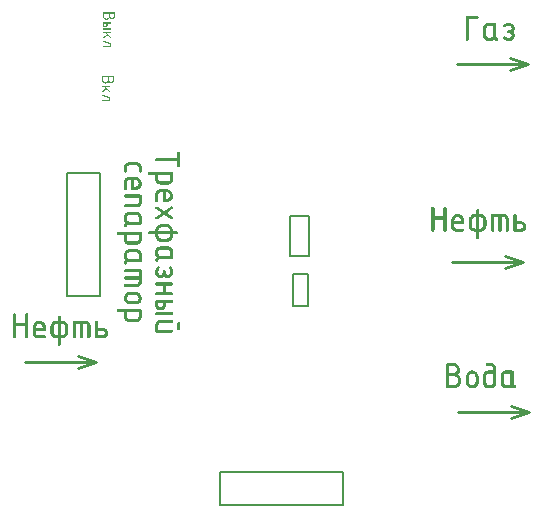
<source format=gto>
G04 Layer_Color=65535*
%FSLAX44Y44*%
%MOMM*%
G71*
G01*
G75*
%ADD24C,0.2000*%
%ADD25C,0.2540*%
G36*
X472850Y312810D02*
X473046Y312771D01*
X473319Y312693D01*
X473592Y312498D01*
X473787Y312264D01*
X473944Y311951D01*
X474022Y311483D01*
Y306681D01*
X478082D01*
X478433Y306603D01*
X478863Y306525D01*
X479370Y306369D01*
X479878Y306134D01*
X480424Y305783D01*
X480932Y305354D01*
X480971Y305315D01*
X481127Y305119D01*
X481361Y304846D01*
X481595Y304495D01*
X481830Y304026D01*
X482064Y303480D01*
X482220Y302894D01*
X482259Y302230D01*
Y302192D01*
Y302152D01*
Y301918D01*
X482181Y301567D01*
X482103Y301137D01*
X481947Y300630D01*
X481712Y300122D01*
X481361Y299576D01*
X480932Y299068D01*
X480893Y299029D01*
X480698Y298873D01*
X480424Y298678D01*
X480073Y298444D01*
X479604Y298170D01*
X479058Y297975D01*
X478433Y297819D01*
X477770Y297780D01*
X472577D01*
X472421Y297819D01*
X472187Y297858D01*
X471953Y297936D01*
X471718Y298092D01*
X471484Y298326D01*
X471328Y298678D01*
X471289Y299107D01*
Y311483D01*
Y311561D01*
X471328Y311717D01*
X471367Y311912D01*
X471445Y312186D01*
X471601Y312420D01*
X471836Y312654D01*
X472187Y312810D01*
X472616Y312849D01*
X472694D01*
X472850Y312810D01*
D02*
G37*
G36*
X413588Y319018D02*
X413783Y318979D01*
X414057Y318901D01*
X414330Y318705D01*
X414525Y318471D01*
X414681Y318159D01*
X414759Y317690D01*
Y299107D01*
Y299068D01*
X414720Y298912D01*
X414681Y298678D01*
X414603Y298444D01*
X414408Y298209D01*
X414174Y297975D01*
X413822Y297819D01*
X413354Y297780D01*
X413315D01*
X413159Y297819D01*
X412924Y297858D01*
X412690Y297936D01*
X412456Y298092D01*
X412222Y298326D01*
X412066Y298678D01*
X412026Y299107D01*
Y308086D01*
X404453D01*
Y299107D01*
Y299068D01*
X404414Y298912D01*
X404375Y298678D01*
X404297Y298444D01*
X404101Y298209D01*
X403867Y297975D01*
X403516Y297819D01*
X403047Y297780D01*
X403008D01*
X402852Y297819D01*
X402618Y297858D01*
X402384Y297936D01*
X402149Y298092D01*
X401915Y298326D01*
X401759Y298678D01*
X401720Y299107D01*
Y317690D01*
Y317768D01*
X401759Y317924D01*
X401798Y318120D01*
X401876Y318393D01*
X402032Y318627D01*
X402267Y318862D01*
X402618Y319018D01*
X403047Y319057D01*
X403125D01*
X403282Y319018D01*
X403477Y318979D01*
X403750Y318901D01*
X404023Y318705D01*
X404218Y318471D01*
X404375Y318159D01*
X404453Y317690D01*
Y310780D01*
X412026D01*
Y317690D01*
Y317768D01*
X412066Y317924D01*
X412105Y318120D01*
X412183Y318393D01*
X412339Y318627D01*
X412573Y318862D01*
X412924Y319018D01*
X413354Y319057D01*
X413432D01*
X413588Y319018D01*
D02*
G37*
G36*
X181937Y223161D02*
X182132Y223122D01*
X182406Y223044D01*
X182640Y222888D01*
X182874Y222653D01*
X183030Y222302D01*
X183069Y221873D01*
Y221794D01*
X183030Y221638D01*
X182991Y221443D01*
X182913Y221170D01*
X182718Y220897D01*
X182484Y220701D01*
X182171Y220545D01*
X181703Y220467D01*
X172294D01*
X172177Y220428D01*
X171982Y220389D01*
X171592Y220233D01*
X171397Y220116D01*
X171201Y219960D01*
X171162Y219921D01*
X171123Y219882D01*
X171045Y219764D01*
X170967Y219608D01*
X170772Y219257D01*
X170733Y219023D01*
X170694Y218788D01*
Y214963D01*
X181781D01*
X181937Y214923D01*
X182132Y214884D01*
X182406Y214806D01*
X182640Y214650D01*
X182874Y214416D01*
X183030Y214065D01*
X183069Y213635D01*
Y213557D01*
X183030Y213401D01*
X182991Y213206D01*
X182913Y212932D01*
X182718Y212659D01*
X182484Y212464D01*
X182171Y212308D01*
X181703Y212230D01*
X169288D01*
X169132Y212269D01*
X168898Y212308D01*
X168664Y212386D01*
X168430Y212581D01*
X168195Y212815D01*
X168039Y213167D01*
X168000Y213635D01*
Y218788D01*
Y218827D01*
Y218867D01*
X168039Y219101D01*
X168078Y219452D01*
X168156Y219882D01*
X168312Y220389D01*
X168547Y220897D01*
X168820Y221443D01*
X169249Y221951D01*
X169327Y221990D01*
X169484Y222146D01*
X169757Y222341D01*
X170147Y222575D01*
X170577Y222810D01*
X171123Y223005D01*
X171748Y223161D01*
X172411Y223200D01*
X181781D01*
X181937Y223161D01*
D02*
G37*
G36*
X463637Y312771D02*
X464067Y312693D01*
X464574Y312537D01*
X465082Y312303D01*
X465628Y311951D01*
X466136Y311522D01*
X466175Y311483D01*
X466331Y311288D01*
X466565Y311014D01*
X466799Y310663D01*
X467034Y310195D01*
X467268Y309648D01*
X467424Y309062D01*
X467463Y308399D01*
Y299107D01*
Y299068D01*
X467424Y298912D01*
X467385Y298678D01*
X467307Y298444D01*
X467112Y298209D01*
X466877Y297975D01*
X466526Y297819D01*
X466058Y297780D01*
X466018D01*
X465862Y297819D01*
X465628Y297858D01*
X465394Y297936D01*
X465160Y298092D01*
X464925Y298326D01*
X464769Y298678D01*
X464730Y299107D01*
Y308399D01*
Y308438D01*
Y308516D01*
X464691Y308672D01*
X464652Y308828D01*
X464496Y309258D01*
X464379Y309453D01*
X464184Y309648D01*
X464145Y309687D01*
X464106Y309726D01*
X463988Y309804D01*
X463832Y309921D01*
X463442Y310077D01*
X463247Y310117D01*
X462973Y310156D01*
X461256D01*
Y299107D01*
Y299068D01*
X461217Y298912D01*
X461178Y298678D01*
X461100Y298444D01*
X460904Y298209D01*
X460670Y297975D01*
X460319Y297819D01*
X459850Y297780D01*
X459811D01*
X459655Y297819D01*
X459421Y297858D01*
X459187Y297936D01*
X458952Y298092D01*
X458718Y298326D01*
X458562Y298678D01*
X458523Y299107D01*
Y310156D01*
X455048D01*
Y299107D01*
Y299068D01*
X455009Y298912D01*
X454970Y298678D01*
X454892Y298444D01*
X454697Y298209D01*
X454463Y297975D01*
X454111Y297819D01*
X453643Y297780D01*
X453604D01*
X453448Y297819D01*
X453214Y297858D01*
X452979Y297936D01*
X452745Y298092D01*
X452511Y298326D01*
X452355Y298678D01*
X452316Y299107D01*
Y311483D01*
Y311561D01*
X452355Y311717D01*
X452394Y311912D01*
X452472Y312186D01*
X452628Y312420D01*
X452862Y312654D01*
X453214Y312810D01*
X453643Y312849D01*
X463286D01*
X463637Y312771D01*
D02*
G37*
G36*
X468572Y474451D02*
X469001Y474373D01*
X469508Y474217D01*
X470016Y473983D01*
X470563Y473631D01*
X471070Y473202D01*
X471109Y473163D01*
X471265Y472968D01*
X471499Y472695D01*
X471734Y472343D01*
X471968Y471875D01*
X472202Y471328D01*
X472358Y470742D01*
X472397Y470079D01*
Y470040D01*
Y469962D01*
Y469845D01*
X472358Y469688D01*
X472319Y469298D01*
X472202Y468791D01*
X472046Y468283D01*
X471773Y467775D01*
X471421Y467307D01*
X470953Y466956D01*
X471031Y466917D01*
X471187Y466800D01*
X471421Y466604D01*
X471695Y466292D01*
X471929Y465863D01*
X472163Y465355D01*
X472319Y464691D01*
X472397Y463871D01*
Y463832D01*
Y463793D01*
Y463559D01*
X472319Y463208D01*
X472241Y462778D01*
X472085Y462310D01*
X471851Y461763D01*
X471499Y461256D01*
X471070Y460748D01*
X471031Y460709D01*
X470836Y460553D01*
X470563Y460358D01*
X470211Y460124D01*
X469743Y459850D01*
X469196Y459655D01*
X468572Y459499D01*
X467908Y459460D01*
X466659D01*
X466424Y459499D01*
X466112Y459538D01*
X465682Y459616D01*
X465253Y459694D01*
X464706Y459850D01*
X464160Y460046D01*
X464082Y460085D01*
X463887Y460163D01*
X463613Y460319D01*
X463301Y460514D01*
X462989Y460748D01*
X462715Y461061D01*
X462520Y461373D01*
X462481Y461568D01*
X462442Y461763D01*
Y461802D01*
Y461841D01*
X462481Y462037D01*
X462559Y462310D01*
X462715Y462661D01*
Y462700D01*
X462755Y462739D01*
X462950Y462934D01*
X463184Y463091D01*
X463340Y463130D01*
X463535Y463169D01*
X463574D01*
X463652Y463130D01*
X463731Y463091D01*
X463926Y463052D01*
X464160Y462974D01*
X464472Y462817D01*
X464863Y462661D01*
X464902Y462622D01*
X465058Y462583D01*
X465292Y462505D01*
X465565Y462427D01*
X466229Y462232D01*
X466541Y462193D01*
X466854Y462154D01*
X468025D01*
X468142Y462193D01*
X468337Y462232D01*
X468728Y462388D01*
X468923Y462505D01*
X469118Y462661D01*
X469157Y462700D01*
X469196Y462739D01*
X469274Y462856D01*
X469391Y463013D01*
X469586Y463403D01*
X469626Y463637D01*
X469665Y463871D01*
Y463910D01*
Y464028D01*
X469626Y464145D01*
Y464340D01*
X469469Y464769D01*
X469352Y464965D01*
X469196Y465160D01*
X469118Y465238D01*
X468923Y465355D01*
X468572Y465511D01*
X468142Y465628D01*
X466737D01*
X466502Y465706D01*
X466190Y465824D01*
X465917Y466019D01*
X465839Y466097D01*
X465722Y466292D01*
X465604Y466565D01*
X465526Y466956D01*
Y466995D01*
Y467034D01*
X465565Y467268D01*
X465682Y467580D01*
X465917Y467893D01*
X465956Y467932D01*
X465995Y467971D01*
X466073Y468049D01*
X466229Y468127D01*
X466385Y468205D01*
X466619Y468244D01*
X466854Y468322D01*
X467947D01*
X468103Y468361D01*
X468337Y468400D01*
X468767Y468517D01*
X469001Y468634D01*
X469196Y468791D01*
X469235Y468829D01*
X469274Y468869D01*
X469352Y468986D01*
X469430Y469142D01*
X469586Y469532D01*
X469665Y469805D01*
Y470079D01*
Y470118D01*
Y470196D01*
X469626Y470313D01*
X469586Y470508D01*
X469469Y470899D01*
X469313Y471094D01*
X469157Y471289D01*
X469118Y471328D01*
X469079Y471367D01*
X468962Y471445D01*
X468806Y471562D01*
X468415Y471758D01*
X468181Y471797D01*
X467908Y471836D01*
X466541D01*
X466307Y471797D01*
X466034D01*
X465722Y471758D01*
X465331Y471679D01*
X464941Y471601D01*
X464902D01*
X464785Y471562D01*
X464589Y471523D01*
X464355Y471484D01*
X463887Y471289D01*
X463691Y471211D01*
X463535Y471094D01*
X463496D01*
X463457Y471055D01*
X463262Y471016D01*
X463106Y470977D01*
X462989Y471016D01*
X462833Y471094D01*
X462715Y471250D01*
Y471289D01*
X462676Y471328D01*
X462598Y471562D01*
X462481Y471875D01*
X462442Y472187D01*
Y472226D01*
X462481Y472343D01*
X462559Y472538D01*
X462676Y472773D01*
X462911Y473046D01*
X463223Y473358D01*
X463691Y473671D01*
X464004Y473788D01*
X464316Y473944D01*
X464394Y473983D01*
X464550Y474022D01*
X464824Y474139D01*
X465175Y474256D01*
X465565Y474334D01*
X465995Y474451D01*
X466424Y474490D01*
X466854Y474529D01*
X468220D01*
X468572Y474451D01*
D02*
G37*
G36*
X441111Y316949D02*
X441306Y316910D01*
X441580Y316831D01*
X441853Y316636D01*
X442048Y316402D01*
X442204Y316090D01*
X442282Y315621D01*
Y312849D01*
X442595D01*
X442907Y312810D01*
X443336D01*
X443766Y312732D01*
X444234Y312654D01*
X444703Y312576D01*
X445093Y312420D01*
X445171Y312381D01*
X445367Y312303D01*
X445640Y312147D01*
X445991Y311951D01*
X446381Y311639D01*
X446772Y311288D01*
X447201Y310897D01*
X447553Y310390D01*
X447592Y310312D01*
X447709Y310156D01*
X447865Y309882D01*
X448021Y309492D01*
X448177Y309062D01*
X448334Y308555D01*
X448451Y307969D01*
X448490Y307384D01*
Y303246D01*
Y303207D01*
Y303128D01*
Y303011D01*
X448451Y302855D01*
X448412Y302465D01*
X448294Y301918D01*
X448099Y301294D01*
X447787Y300669D01*
X447397Y300005D01*
X446850Y299381D01*
X446772Y299303D01*
X446577Y299146D01*
X446225Y298873D01*
X445757Y298600D01*
X445210Y298288D01*
X444547Y298014D01*
X443766Y297858D01*
X442946Y297780D01*
X442282D01*
Y292939D01*
Y292900D01*
X442243Y292744D01*
X442204Y292510D01*
X442126Y292275D01*
X441931Y292002D01*
X441697Y291807D01*
X441345Y291651D01*
X440877Y291573D01*
X440838D01*
X440682Y291612D01*
X440448Y291651D01*
X440213Y291729D01*
X439979Y291924D01*
X439745Y292158D01*
X439589Y292471D01*
X439550Y292939D01*
Y297780D01*
X438574D01*
X438417Y297819D01*
X438027Y297858D01*
X437481Y297975D01*
X436856Y298170D01*
X436231Y298444D01*
X435568Y298834D01*
X434943Y299342D01*
X434865Y299420D01*
X434709Y299615D01*
X434435Y299966D01*
X434162Y300435D01*
X433850Y300981D01*
X433577Y301684D01*
X433420Y302426D01*
X433342Y303246D01*
Y307345D01*
Y307384D01*
Y307462D01*
Y307579D01*
X433381Y307735D01*
X433420Y308165D01*
X433537Y308711D01*
X433733Y309297D01*
X434006Y309960D01*
X434396Y310624D01*
X434943Y311249D01*
X435021Y311327D01*
X435216Y311483D01*
X435568Y311756D01*
X436036Y312069D01*
X436582Y312342D01*
X437246Y312615D01*
X437988Y312771D01*
X438808Y312849D01*
X439550D01*
Y315621D01*
Y315699D01*
X439589Y315855D01*
X439628Y316051D01*
X439706Y316324D01*
X439862Y316558D01*
X440096Y316792D01*
X440448Y316949D01*
X440877Y316988D01*
X440955D01*
X441111Y316949D01*
D02*
G37*
G36*
X424441Y312810D02*
X424871Y312771D01*
X425417Y312654D01*
X426003Y312459D01*
X426666Y312186D01*
X427330Y311795D01*
X427955Y311249D01*
X428033Y311171D01*
X428189Y310975D01*
X428462Y310624D01*
X428775Y310156D01*
X429048Y309609D01*
X429321Y308945D01*
X429477Y308204D01*
X429555Y307384D01*
Y303987D01*
X421318D01*
Y302230D01*
Y302192D01*
Y302113D01*
X421357Y301957D01*
X421396Y301801D01*
X421552Y301411D01*
X421669Y301176D01*
X421825Y300981D01*
X421865Y300942D01*
X421904Y300903D01*
X422021Y300825D01*
X422177Y300747D01*
X422528Y300552D01*
X422762Y300513D01*
X422997Y300474D01*
X428228D01*
X428384Y300435D01*
X428579Y300396D01*
X428853Y300318D01*
X429126Y300122D01*
X429321Y299888D01*
X429477Y299576D01*
X429555Y299107D01*
Y299068D01*
X429516Y298912D01*
X429477Y298678D01*
X429399Y298444D01*
X429204Y298209D01*
X428970Y297975D01*
X428618Y297819D01*
X428150Y297780D01*
X422919D01*
X422684Y297819D01*
X422333Y297858D01*
X421904Y297936D01*
X421396Y298092D01*
X420888Y298326D01*
X420342Y298600D01*
X419835Y299029D01*
X419795Y299107D01*
X419639Y299263D01*
X419444Y299537D01*
X419210Y299927D01*
X418976Y300357D01*
X418780Y300903D01*
X418624Y301528D01*
X418585Y302192D01*
Y307345D01*
Y307384D01*
Y307462D01*
Y307579D01*
X418624Y307735D01*
X418663Y308165D01*
X418780Y308711D01*
X418976Y309297D01*
X419249Y309960D01*
X419639Y310624D01*
X420147Y311249D01*
X420225Y311327D01*
X420420Y311483D01*
X420771Y311756D01*
X421240Y312069D01*
X421786Y312342D01*
X422489Y312615D01*
X423231Y312771D01*
X424051Y312849D01*
X424285D01*
X424441Y312810D01*
D02*
G37*
G36*
X180883Y268486D02*
X181078Y268408D01*
X181313Y268291D01*
X181586Y268057D01*
X181898Y267744D01*
X182211Y267276D01*
X182328Y266964D01*
X182484Y266651D01*
X182523Y266573D01*
X182562Y266417D01*
X182679Y266144D01*
X182796Y265792D01*
X182874Y265402D01*
X182991Y264972D01*
X183030Y264543D01*
X183069Y264114D01*
Y263060D01*
Y263020D01*
Y262981D01*
Y262747D01*
X182991Y262396D01*
X182913Y261966D01*
X182757Y261459D01*
X182523Y260951D01*
X182171Y260405D01*
X181742Y259897D01*
X181703Y259858D01*
X181508Y259702D01*
X181234Y259468D01*
X180883Y259234D01*
X180415Y258999D01*
X179868Y258765D01*
X179282Y258609D01*
X178619Y258570D01*
X178385D01*
X178228Y258609D01*
X177838Y258648D01*
X177330Y258765D01*
X176823Y258921D01*
X176315Y259195D01*
X175847Y259546D01*
X175496Y260014D01*
X175457Y259936D01*
X175340Y259780D01*
X175144Y259546D01*
X174832Y259273D01*
X174403Y259039D01*
X173895Y258804D01*
X173231Y258648D01*
X172411Y258570D01*
X172099D01*
X171748Y258648D01*
X171318Y258726D01*
X170850Y258882D01*
X170303Y259117D01*
X169796Y259468D01*
X169288Y259897D01*
X169249Y259936D01*
X169093Y260132D01*
X168898Y260405D01*
X168664Y260756D01*
X168390Y261225D01*
X168195Y261771D01*
X168039Y262396D01*
X168000Y263060D01*
Y264114D01*
Y264153D01*
Y264309D01*
X168039Y264543D01*
X168078Y264855D01*
X168156Y265285D01*
X168234Y265714D01*
X168390Y266261D01*
X168586Y266807D01*
X168625Y266886D01*
X168703Y267081D01*
X168859Y267354D01*
X169054Y267666D01*
X169288Y267979D01*
X169601Y268252D01*
X169913Y268447D01*
X170108Y268486D01*
X170303Y268525D01*
X170381D01*
X170577Y268486D01*
X170850Y268408D01*
X171201Y268252D01*
X171240D01*
X171279Y268213D01*
X171475Y268018D01*
X171631Y267783D01*
X171670Y267627D01*
X171709Y267432D01*
Y267393D01*
X171670Y267315D01*
X171631Y267237D01*
X171592Y267042D01*
X171514Y266807D01*
X171357Y266495D01*
X171201Y266105D01*
X171162Y266066D01*
X171123Y265910D01*
X171045Y265675D01*
X170967Y265402D01*
X170772Y264738D01*
X170733Y264426D01*
X170694Y264114D01*
Y263060D01*
Y263020D01*
Y262943D01*
X170733Y262825D01*
X170772Y262630D01*
X170928Y262240D01*
X171045Y262045D01*
X171201Y261849D01*
X171240Y261810D01*
X171279Y261771D01*
X171397Y261693D01*
X171553Y261576D01*
X171943Y261381D01*
X172177Y261342D01*
X172411Y261303D01*
X172568D01*
X172685Y261342D01*
X172880D01*
X173309Y261498D01*
X173505Y261615D01*
X173700Y261771D01*
X173778Y261849D01*
X173895Y262045D01*
X174051Y262396D01*
X174168Y262825D01*
Y262864D01*
Y262943D01*
Y263060D01*
Y263216D01*
Y263645D01*
Y264153D01*
Y264192D01*
Y264231D01*
X174246Y264465D01*
X174363Y264777D01*
X174559Y265051D01*
X174637Y265129D01*
X174832Y265246D01*
X175105Y265363D01*
X175496Y265441D01*
X175574D01*
X175808Y265402D01*
X176120Y265285D01*
X176433Y265051D01*
X176472Y265012D01*
X176511Y264972D01*
X176589Y264894D01*
X176667Y264738D01*
X176745Y264582D01*
X176784Y264348D01*
X176862Y264114D01*
Y263801D01*
Y263723D01*
Y263645D01*
Y263489D01*
Y263450D01*
Y263372D01*
Y263177D01*
Y263138D01*
Y263020D01*
X176901Y262864D01*
X176940Y262630D01*
X177057Y262201D01*
X177174Y261966D01*
X177330Y261771D01*
X177370Y261732D01*
X177409Y261693D01*
X177526Y261615D01*
X177682Y261537D01*
X178072Y261381D01*
X178346Y261303D01*
X178736D01*
X178853Y261342D01*
X179048Y261381D01*
X179439Y261498D01*
X179634Y261654D01*
X179829Y261810D01*
X179868Y261849D01*
X179907Y261888D01*
X179985Y262006D01*
X180102Y262162D01*
X180298Y262552D01*
X180337Y262786D01*
X180376Y263060D01*
Y264114D01*
Y264153D01*
Y264270D01*
Y264426D01*
X180337Y264660D01*
Y264933D01*
X180298Y265246D01*
X180219Y265636D01*
X180141Y266027D01*
Y266066D01*
X180102Y266183D01*
X180063Y266378D01*
X180024Y266612D01*
X179829Y267081D01*
X179751Y267276D01*
X179634Y267432D01*
Y267471D01*
X179595Y267510D01*
X179556Y267705D01*
X179517Y267861D01*
X179556Y267979D01*
X179634Y268135D01*
X179790Y268252D01*
X179829D01*
X179868Y268291D01*
X180102Y268369D01*
X180415Y268486D01*
X180727Y268525D01*
X180766D01*
X180883Y268486D01*
D02*
G37*
G36*
X178931Y285351D02*
X179282Y285312D01*
X179712Y285234D01*
X180219Y285078D01*
X180727Y284844D01*
X181274Y284571D01*
X181781Y284141D01*
X181820Y284063D01*
X181976Y283907D01*
X182171Y283633D01*
X182445Y283243D01*
X182679Y282814D01*
X182874Y282267D01*
X183030Y281642D01*
X183069Y280979D01*
Y275826D01*
Y275748D01*
X183030Y275591D01*
X182991Y275396D01*
X182913Y275123D01*
X182718Y274850D01*
X182484Y274654D01*
X182171Y274498D01*
X181703Y274420D01*
X171279D01*
X171162Y274381D01*
X171045Y274303D01*
X170889Y274186D01*
X170772Y273991D01*
X170694Y273757D01*
X170655Y273405D01*
Y273366D01*
Y273249D01*
X170577Y273054D01*
X170499Y272859D01*
X170342Y272702D01*
X170108Y272507D01*
X169757Y272390D01*
X169327Y272351D01*
X169288D01*
X169132Y272390D01*
X168898Y272429D01*
X168664Y272507D01*
X168430Y272702D01*
X168195Y272937D01*
X168039Y273288D01*
X168000Y273757D01*
Y273835D01*
Y274030D01*
X168078Y274303D01*
X168156Y274654D01*
X168273Y275006D01*
X168468Y275435D01*
X168742Y275786D01*
X169093Y276138D01*
X169054Y276177D01*
X168937Y276333D01*
X168742Y276528D01*
X168547Y276841D01*
X168351Y277231D01*
X168156Y277700D01*
X168039Y278285D01*
X168000Y278910D01*
Y280979D01*
Y281018D01*
Y281057D01*
X168039Y281291D01*
X168078Y281642D01*
X168156Y282072D01*
X168312Y282579D01*
X168547Y283087D01*
X168820Y283633D01*
X169249Y284141D01*
X169327Y284180D01*
X169484Y284336D01*
X169757Y284531D01*
X170147Y284766D01*
X170577Y285000D01*
X171123Y285195D01*
X171748Y285351D01*
X172411Y285390D01*
X178697D01*
X178931Y285351D01*
D02*
G37*
G36*
X177955Y304325D02*
X178385Y304286D01*
X178931Y304168D01*
X179517Y303973D01*
X180180Y303700D01*
X180844Y303310D01*
X181469Y302763D01*
X181547Y302685D01*
X181703Y302490D01*
X181976Y302138D01*
X182289Y301670D01*
X182562Y301123D01*
X182835Y300460D01*
X182991Y299718D01*
X183069Y298898D01*
Y298156D01*
X185919D01*
X186075Y298117D01*
X186271Y298078D01*
X186544Y298000D01*
X186778Y297844D01*
X187012Y297610D01*
X187169Y297258D01*
X187208Y296829D01*
Y296751D01*
X187169Y296595D01*
X187129Y296400D01*
X187051Y296126D01*
X186856Y295853D01*
X186622Y295658D01*
X186310Y295502D01*
X185841Y295424D01*
X183069D01*
Y295385D01*
Y295345D01*
Y295111D01*
X183030Y294799D01*
Y294370D01*
X182952Y293940D01*
X182874Y293472D01*
X182796Y293003D01*
X182640Y292613D01*
X182601Y292535D01*
X182523Y292339D01*
X182367Y292066D01*
X182171Y291715D01*
X181859Y291324D01*
X181508Y290934D01*
X181117Y290504D01*
X180610Y290153D01*
X180532Y290114D01*
X180376Y289997D01*
X180102Y289841D01*
X179712Y289685D01*
X179282Y289529D01*
X178775Y289372D01*
X178189Y289255D01*
X177604Y289216D01*
X173231D01*
X173075Y289255D01*
X172685Y289294D01*
X172138Y289411D01*
X171514Y289607D01*
X170889Y289919D01*
X170225Y290309D01*
X169601Y290856D01*
X169523Y290934D01*
X169366Y291129D01*
X169093Y291481D01*
X168820Y291949D01*
X168507Y292496D01*
X168234Y293159D01*
X168078Y293940D01*
X168000Y294760D01*
Y295424D01*
X163120D01*
X162964Y295463D01*
X162730Y295502D01*
X162495Y295580D01*
X162222Y295775D01*
X162027Y296009D01*
X161871Y296360D01*
X161793Y296829D01*
Y296868D01*
X161832Y297024D01*
X161871Y297258D01*
X161949Y297493D01*
X162144Y297727D01*
X162378Y297961D01*
X162691Y298117D01*
X163159Y298156D01*
X168000D01*
Y298898D01*
Y298937D01*
Y299015D01*
Y299132D01*
X168039Y299289D01*
X168078Y299679D01*
X168195Y300226D01*
X168390Y300850D01*
X168664Y301475D01*
X169054Y302138D01*
X169562Y302763D01*
X169640Y302841D01*
X169835Y302997D01*
X170186Y303271D01*
X170655Y303544D01*
X171201Y303856D01*
X171904Y304129D01*
X172646Y304286D01*
X173466Y304364D01*
X177799D01*
X177955Y304325D01*
D02*
G37*
G36*
X181937Y254783D02*
X182132Y254744D01*
X182406Y254666D01*
X182640Y254510D01*
X182874Y254276D01*
X183030Y253924D01*
X183069Y253495D01*
Y253417D01*
X183030Y253261D01*
X182991Y253065D01*
X182913Y252792D01*
X182718Y252519D01*
X182484Y252324D01*
X182171Y252167D01*
X181703Y252089D01*
X176901D01*
Y246585D01*
X181781D01*
X181937Y246546D01*
X182132Y246507D01*
X182406Y246429D01*
X182640Y246273D01*
X182874Y246038D01*
X183030Y245687D01*
X183069Y245257D01*
Y245179D01*
X183030Y245023D01*
X182991Y244828D01*
X182913Y244555D01*
X182718Y244281D01*
X182484Y244086D01*
X182171Y243930D01*
X181703Y243852D01*
X169288D01*
X169132Y243891D01*
X168898Y243930D01*
X168664Y244008D01*
X168430Y244203D01*
X168195Y244438D01*
X168039Y244789D01*
X168000Y245257D01*
Y245296D01*
X168039Y245453D01*
X168078Y245687D01*
X168156Y245921D01*
X168312Y246155D01*
X168547Y246390D01*
X168898Y246546D01*
X169327Y246585D01*
X174207D01*
Y252089D01*
X169288D01*
X169132Y252128D01*
X168898Y252167D01*
X168664Y252246D01*
X168430Y252441D01*
X168195Y252675D01*
X168039Y253026D01*
X168000Y253495D01*
Y253534D01*
X168039Y253690D01*
X168078Y253924D01*
X168156Y254158D01*
X168312Y254393D01*
X168547Y254627D01*
X168898Y254783D01*
X169327Y254822D01*
X181781D01*
X181937Y254783D01*
D02*
G37*
G36*
X188145Y221131D02*
X188340Y221092D01*
X188613Y221014D01*
X188847Y220819D01*
X189081Y220584D01*
X189238Y220272D01*
X189277Y219804D01*
Y215704D01*
Y215626D01*
X189238Y215470D01*
X189199Y215275D01*
X189121Y215002D01*
X188925Y214728D01*
X188691Y214533D01*
X188379Y214377D01*
X187910Y214299D01*
X187871D01*
X187715Y214338D01*
X187481Y214377D01*
X187247Y214455D01*
X187012Y214650D01*
X186778Y214884D01*
X186622Y215236D01*
X186583Y215704D01*
Y219804D01*
Y219842D01*
X186622Y219999D01*
X186661Y220233D01*
X186739Y220467D01*
X186895Y220740D01*
X187129Y220936D01*
X187481Y221092D01*
X187910Y221170D01*
X187988D01*
X188145Y221131D01*
D02*
G37*
G36*
X181937Y229720D02*
X182132Y229681D01*
X182406Y229603D01*
X182640Y229446D01*
X182874Y229212D01*
X183030Y228861D01*
X183069Y228431D01*
Y228353D01*
X183030Y228197D01*
X182991Y228002D01*
X182913Y227729D01*
X182718Y227455D01*
X182484Y227260D01*
X182171Y227104D01*
X181703Y227026D01*
X169288D01*
X169132Y227065D01*
X168898Y227104D01*
X168664Y227182D01*
X168430Y227377D01*
X168195Y227611D01*
X168039Y227963D01*
X168000Y228431D01*
Y228470D01*
X168039Y228626D01*
X168078Y228861D01*
X168156Y229095D01*
X168312Y229329D01*
X168547Y229563D01*
X168898Y229720D01*
X169327Y229759D01*
X181781D01*
X181937Y229720D01*
D02*
G37*
G36*
Y240026D02*
X182132Y239987D01*
X182406Y239909D01*
X182640Y239753D01*
X182874Y239519D01*
X183030Y239167D01*
X183069Y238738D01*
Y238660D01*
X183030Y238503D01*
X182991Y238308D01*
X182913Y238035D01*
X182718Y237762D01*
X182484Y237567D01*
X182171Y237410D01*
X181703Y237332D01*
X176901D01*
Y235654D01*
Y235615D01*
Y235576D01*
Y235341D01*
X176823Y234990D01*
X176745Y234561D01*
X176589Y234053D01*
X176355Y233545D01*
X176003Y232999D01*
X175574Y232491D01*
X175535Y232452D01*
X175340Y232296D01*
X175066Y232062D01*
X174715Y231828D01*
X174246Y231593D01*
X173700Y231359D01*
X173114Y231203D01*
X172451Y231164D01*
X172138D01*
X171787Y231242D01*
X171357Y231320D01*
X170850Y231476D01*
X170342Y231711D01*
X169796Y232062D01*
X169288Y232491D01*
X169249Y232530D01*
X169093Y232726D01*
X168898Y232999D01*
X168664Y233350D01*
X168390Y233819D01*
X168195Y234365D01*
X168039Y234990D01*
X168000Y235654D01*
Y238738D01*
Y238777D01*
X168039Y238933D01*
X168078Y239167D01*
X168156Y239401D01*
X168312Y239636D01*
X168547Y239870D01*
X168898Y240026D01*
X169327Y240065D01*
X181781D01*
X181937Y240026D01*
D02*
G37*
G36*
X455376Y474490D02*
X455571Y474451D01*
X455844Y474373D01*
X456118Y474178D01*
X456313Y473944D01*
X456469Y473631D01*
X456547Y473163D01*
Y462856D01*
Y462817D01*
Y462739D01*
X456586Y462622D01*
X456664Y462505D01*
X456781Y462349D01*
X456977Y462232D01*
X457211Y462154D01*
X457562Y462115D01*
X457718D01*
X457914Y462037D01*
X458109Y461959D01*
X458265Y461802D01*
X458460Y461568D01*
X458577Y461217D01*
X458616Y460787D01*
Y460748D01*
X458577Y460592D01*
X458538Y460358D01*
X458460Y460124D01*
X458265Y459889D01*
X458031Y459655D01*
X457679Y459499D01*
X457211Y459460D01*
X456938D01*
X456664Y459538D01*
X456313Y459616D01*
X455962Y459733D01*
X455532Y459929D01*
X455181Y460202D01*
X454829Y460553D01*
X454790Y460514D01*
X454634Y460397D01*
X454439Y460202D01*
X454127Y460006D01*
X453736Y459811D01*
X453268Y459616D01*
X452682Y459499D01*
X452058Y459460D01*
X449910D01*
X449676Y459499D01*
X449325Y459538D01*
X448895Y459616D01*
X448388Y459772D01*
X447880Y460006D01*
X447334Y460280D01*
X446826Y460709D01*
X446787Y460787D01*
X446631Y460943D01*
X446436Y461217D01*
X446202Y461607D01*
X445967Y462037D01*
X445772Y462583D01*
X445616Y463208D01*
X445577Y463871D01*
Y470079D01*
Y470118D01*
Y470157D01*
X445616Y470391D01*
X445655Y470742D01*
X445733Y471172D01*
X445889Y471679D01*
X446124Y472187D01*
X446397Y472733D01*
X446826Y473241D01*
X446904Y473280D01*
X447061Y473436D01*
X447334Y473631D01*
X447724Y473905D01*
X448154Y474139D01*
X448700Y474334D01*
X449325Y474490D01*
X449989Y474529D01*
X455220D01*
X455376Y474490D01*
D02*
G37*
G36*
X59368Y228738D02*
X59563Y228699D01*
X59837Y228620D01*
X60110Y228425D01*
X60305Y228191D01*
X60461Y227879D01*
X60539Y227410D01*
Y208827D01*
Y208788D01*
X60500Y208632D01*
X60461Y208398D01*
X60383Y208164D01*
X60188Y207929D01*
X59954Y207695D01*
X59602Y207539D01*
X59134Y207500D01*
X59095D01*
X58939Y207539D01*
X58704Y207578D01*
X58470Y207656D01*
X58236Y207812D01*
X58002Y208047D01*
X57846Y208398D01*
X57807Y208827D01*
Y217806D01*
X50233D01*
Y208827D01*
Y208788D01*
X50194Y208632D01*
X50155Y208398D01*
X50077Y208164D01*
X49881Y207929D01*
X49647Y207695D01*
X49296Y207539D01*
X48827Y207500D01*
X48788D01*
X48632Y207539D01*
X48398Y207578D01*
X48164Y207656D01*
X47929Y207812D01*
X47695Y208047D01*
X47539Y208398D01*
X47500Y208827D01*
Y227410D01*
Y227488D01*
X47539Y227645D01*
X47578Y227840D01*
X47656Y228113D01*
X47812Y228347D01*
X48047Y228582D01*
X48398Y228738D01*
X48827Y228777D01*
X48905D01*
X49062Y228738D01*
X49257Y228699D01*
X49530Y228620D01*
X49803Y228425D01*
X49999Y228191D01*
X50155Y227879D01*
X50233Y227410D01*
Y220500D01*
X57807D01*
Y227410D01*
Y227488D01*
X57846Y227645D01*
X57885Y227840D01*
X57963Y228113D01*
X58119Y228347D01*
X58353Y228582D01*
X58704Y228738D01*
X59134Y228777D01*
X59212D01*
X59368Y228738D01*
D02*
G37*
G36*
X123433Y413719D02*
X129675Y411651D01*
X129695D01*
X129734Y411612D01*
X129812Y411573D01*
X129890Y411534D01*
X129968Y411456D01*
X130046Y411358D01*
X130085Y411261D01*
X130104Y411124D01*
Y409017D01*
Y408998D01*
Y408939D01*
X130085Y408842D01*
X130046Y408744D01*
X129968Y408666D01*
X129890Y408569D01*
X129753Y408510D01*
X129578Y408491D01*
X123179D01*
X123101Y408510D01*
X123004Y408549D01*
X122906Y408627D01*
X122828Y408705D01*
X122769Y408842D01*
X122750Y409017D01*
Y409037D01*
Y409095D01*
X122769Y409193D01*
X122809Y409271D01*
X122867Y409369D01*
X122965Y409466D01*
X123082Y409525D01*
X123257Y409544D01*
X129051D01*
Y410754D01*
X123101Y412724D01*
X123082D01*
X123043Y412743D01*
X122926Y412821D01*
X122867Y412899D01*
X122809Y412977D01*
X122769Y413075D01*
X122750Y413212D01*
Y413231D01*
Y413289D01*
X122769Y413387D01*
X122809Y413465D01*
X122886Y413563D01*
X122965Y413660D01*
X123101Y413719D01*
X123277Y413738D01*
X123335D01*
X123433Y413719D01*
D02*
G37*
G36*
X129753Y421073D02*
X129851Y421034D01*
X129929Y420956D01*
X130026Y420878D01*
X130085Y420741D01*
X130104Y420566D01*
Y420546D01*
Y420488D01*
X130085Y420390D01*
X130046Y420293D01*
X129968Y420215D01*
X129890Y420117D01*
X129753Y420059D01*
X129578Y420039D01*
X126651D01*
X129948Y416742D01*
X129968Y416723D01*
X130026Y416645D01*
X130085Y416528D01*
X130104Y416372D01*
Y416352D01*
Y416294D01*
X130085Y416196D01*
X130046Y416099D01*
X129968Y416021D01*
X129890Y415923D01*
X129753Y415864D01*
X129578Y415845D01*
X129538D01*
X129460Y415864D01*
X129324Y415904D01*
X129207Y416001D01*
X126885Y418303D01*
X123569Y415942D01*
X123550Y415923D01*
X123472Y415884D01*
X123374Y415864D01*
X123257Y415845D01*
X123179D01*
X123101Y415864D01*
X123004Y415904D01*
X122906Y415981D01*
X122828Y416059D01*
X122769Y416196D01*
X122750Y416372D01*
Y416391D01*
Y416411D01*
X122769Y416528D01*
X122847Y416664D01*
X122886Y416742D01*
X122965Y416801D01*
X126125Y419064D01*
X125149Y420039D01*
X123179D01*
X123101Y420059D01*
X123004Y420098D01*
X122906Y420176D01*
X122828Y420254D01*
X122769Y420390D01*
X122750Y420566D01*
Y420585D01*
Y420644D01*
X122769Y420741D01*
X122809Y420819D01*
X122867Y420917D01*
X122965Y421014D01*
X123082Y421073D01*
X123257Y421092D01*
X129656D01*
X129753Y421073D01*
D02*
G37*
G36*
X118631Y222530D02*
X118826Y222491D01*
X119099Y222413D01*
X119372Y222218D01*
X119567Y221984D01*
X119724Y221672D01*
X119802Y221203D01*
Y216401D01*
X123862D01*
X124213Y216323D01*
X124643Y216245D01*
X125150Y216089D01*
X125658Y215854D01*
X126204Y215503D01*
X126712Y215074D01*
X126751Y215035D01*
X126907Y214839D01*
X127141Y214566D01*
X127375Y214215D01*
X127610Y213746D01*
X127844Y213200D01*
X128000Y212614D01*
X128039Y211951D01*
Y211912D01*
Y211873D01*
Y211638D01*
X127961Y211287D01*
X127883Y210857D01*
X127727Y210350D01*
X127493Y209842D01*
X127141Y209296D01*
X126712Y208788D01*
X126673Y208749D01*
X126477Y208593D01*
X126204Y208398D01*
X125853Y208164D01*
X125384Y207890D01*
X124838Y207695D01*
X124213Y207539D01*
X123549Y207500D01*
X118357D01*
X118201Y207539D01*
X117967Y207578D01*
X117733Y207656D01*
X117498Y207812D01*
X117264Y208047D01*
X117108Y208398D01*
X117069Y208827D01*
Y221203D01*
Y221281D01*
X117108Y221437D01*
X117147Y221632D01*
X117225Y221906D01*
X117381Y222140D01*
X117615Y222374D01*
X117967Y222530D01*
X118396Y222569D01*
X118474D01*
X118631Y222530D01*
D02*
G37*
G36*
X86891Y226669D02*
X87086Y226630D01*
X87360Y226551D01*
X87633Y226356D01*
X87828Y226122D01*
X87984Y225810D01*
X88062Y225341D01*
Y222569D01*
X88375D01*
X88687Y222530D01*
X89116D01*
X89546Y222452D01*
X90014Y222374D01*
X90483Y222296D01*
X90873Y222140D01*
X90951Y222101D01*
X91146Y222023D01*
X91420Y221867D01*
X91771Y221672D01*
X92162Y221359D01*
X92552Y221008D01*
X92981Y220617D01*
X93333Y220110D01*
X93372Y220032D01*
X93489Y219876D01*
X93645Y219602D01*
X93801Y219212D01*
X93957Y218783D01*
X94114Y218275D01*
X94231Y217689D01*
X94270Y217104D01*
Y212966D01*
Y212927D01*
Y212848D01*
Y212731D01*
X94231Y212575D01*
X94192Y212185D01*
X94074Y211638D01*
X93879Y211014D01*
X93567Y210389D01*
X93177Y209725D01*
X92630Y209101D01*
X92552Y209023D01*
X92357Y208866D01*
X92005Y208593D01*
X91537Y208320D01*
X90990Y208008D01*
X90327Y207734D01*
X89546Y207578D01*
X88726Y207500D01*
X88062D01*
Y202659D01*
Y202620D01*
X88023Y202464D01*
X87984Y202230D01*
X87906Y201995D01*
X87711Y201722D01*
X87477Y201527D01*
X87125Y201371D01*
X86657Y201293D01*
X86618D01*
X86462Y201332D01*
X86228Y201371D01*
X85993Y201449D01*
X85759Y201644D01*
X85525Y201878D01*
X85369Y202191D01*
X85330Y202659D01*
Y207500D01*
X84354D01*
X84197Y207539D01*
X83807Y207578D01*
X83260Y207695D01*
X82636Y207890D01*
X82011Y208164D01*
X81348Y208554D01*
X80723Y209062D01*
X80645Y209140D01*
X80489Y209335D01*
X80215Y209686D01*
X79942Y210155D01*
X79630Y210701D01*
X79356Y211404D01*
X79200Y212146D01*
X79122Y212966D01*
Y217065D01*
Y217104D01*
Y217182D01*
Y217299D01*
X79161Y217455D01*
X79200Y217885D01*
X79317Y218431D01*
X79513Y219017D01*
X79786Y219680D01*
X80176Y220344D01*
X80723Y220969D01*
X80801Y221047D01*
X80996Y221203D01*
X81348Y221476D01*
X81816Y221789D01*
X82362Y222062D01*
X83026Y222335D01*
X83768Y222491D01*
X84588Y222569D01*
X85330D01*
Y225341D01*
Y225419D01*
X85369Y225575D01*
X85408Y225771D01*
X85486Y226044D01*
X85642Y226278D01*
X85876Y226512D01*
X86228Y226669D01*
X86657Y226708D01*
X86735D01*
X86891Y226669D01*
D02*
G37*
G36*
X70221Y222530D02*
X70651Y222491D01*
X71197Y222374D01*
X71783Y222179D01*
X72446Y221906D01*
X73110Y221515D01*
X73735Y220969D01*
X73813Y220891D01*
X73969Y220695D01*
X74242Y220344D01*
X74555Y219876D01*
X74828Y219329D01*
X75101Y218665D01*
X75257Y217924D01*
X75335Y217104D01*
Y213707D01*
X67098D01*
Y211951D01*
Y211912D01*
Y211833D01*
X67137Y211677D01*
X67176Y211521D01*
X67332Y211131D01*
X67449Y210896D01*
X67606Y210701D01*
X67645Y210662D01*
X67684Y210623D01*
X67801Y210545D01*
X67957Y210467D01*
X68308Y210272D01*
X68542Y210233D01*
X68777Y210194D01*
X74008D01*
X74164Y210155D01*
X74359Y210116D01*
X74633Y210038D01*
X74906Y209842D01*
X75101Y209608D01*
X75257Y209296D01*
X75335Y208827D01*
Y208788D01*
X75296Y208632D01*
X75257Y208398D01*
X75179Y208164D01*
X74984Y207929D01*
X74750Y207695D01*
X74398Y207539D01*
X73930Y207500D01*
X68699D01*
X68464Y207539D01*
X68113Y207578D01*
X67684Y207656D01*
X67176Y207812D01*
X66669Y208047D01*
X66122Y208320D01*
X65615Y208749D01*
X65575Y208827D01*
X65419Y208983D01*
X65224Y209257D01*
X64990Y209647D01*
X64756Y210077D01*
X64560Y210623D01*
X64404Y211248D01*
X64365Y211912D01*
Y217065D01*
Y217104D01*
Y217182D01*
Y217299D01*
X64404Y217455D01*
X64443Y217885D01*
X64560Y218431D01*
X64756Y219017D01*
X65029Y219680D01*
X65419Y220344D01*
X65927Y220969D01*
X66005Y221047D01*
X66200Y221203D01*
X66551Y221476D01*
X67020Y221789D01*
X67566Y222062D01*
X68269Y222335D01*
X69011Y222491D01*
X69831Y222569D01*
X70065D01*
X70221Y222530D01*
D02*
G37*
G36*
X109417Y222491D02*
X109847Y222413D01*
X110354Y222257D01*
X110862Y222023D01*
X111408Y221672D01*
X111916Y221242D01*
X111955Y221203D01*
X112111Y221008D01*
X112345Y220735D01*
X112579Y220383D01*
X112814Y219915D01*
X113048Y219368D01*
X113204Y218783D01*
X113243Y218119D01*
Y208827D01*
Y208788D01*
X113204Y208632D01*
X113165Y208398D01*
X113087Y208164D01*
X112892Y207929D01*
X112657Y207695D01*
X112306Y207539D01*
X111838Y207500D01*
X111799D01*
X111642Y207539D01*
X111408Y207578D01*
X111174Y207656D01*
X110940Y207812D01*
X110705Y208047D01*
X110549Y208398D01*
X110510Y208827D01*
Y218119D01*
Y218158D01*
Y218236D01*
X110471Y218392D01*
X110432Y218548D01*
X110276Y218978D01*
X110159Y219173D01*
X109964Y219368D01*
X109925Y219407D01*
X109886Y219446D01*
X109768Y219524D01*
X109612Y219641D01*
X109222Y219798D01*
X109027Y219837D01*
X108753Y219876D01*
X107036D01*
Y208827D01*
Y208788D01*
X106997Y208632D01*
X106958Y208398D01*
X106880Y208164D01*
X106684Y207929D01*
X106450Y207695D01*
X106099Y207539D01*
X105630Y207500D01*
X105591D01*
X105435Y207539D01*
X105201Y207578D01*
X104967Y207656D01*
X104732Y207812D01*
X104498Y208047D01*
X104342Y208398D01*
X104303Y208827D01*
Y219876D01*
X100828D01*
Y208827D01*
Y208788D01*
X100789Y208632D01*
X100750Y208398D01*
X100672Y208164D01*
X100477Y207929D01*
X100243Y207695D01*
X99891Y207539D01*
X99423Y207500D01*
X99384D01*
X99228Y207539D01*
X98994Y207578D01*
X98759Y207656D01*
X98525Y207812D01*
X98291Y208047D01*
X98135Y208398D01*
X98096Y208827D01*
Y221203D01*
Y221281D01*
X98135Y221437D01*
X98174Y221632D01*
X98252Y221906D01*
X98408Y222140D01*
X98642Y222374D01*
X98994Y222530D01*
X99423Y222569D01*
X109066D01*
X109417Y222491D01*
D02*
G37*
G36*
X130503Y475073D02*
X130601Y475034D01*
X130679Y474956D01*
X130776Y474878D01*
X130835Y474741D01*
X130854Y474566D01*
Y474546D01*
Y474488D01*
X130835Y474390D01*
X130796Y474293D01*
X130718Y474215D01*
X130640Y474117D01*
X130503Y474058D01*
X130328Y474039D01*
X127714D01*
Y472986D01*
Y472966D01*
Y472947D01*
Y472830D01*
X127675Y472673D01*
X127635Y472478D01*
X127557Y472244D01*
X127460Y471991D01*
X127304Y471737D01*
X127089Y471503D01*
X127070Y471484D01*
X126972Y471405D01*
X126855Y471308D01*
X126680Y471191D01*
X126465Y471074D01*
X126212Y470976D01*
X125919Y470898D01*
X125607Y470879D01*
X125451D01*
X125295Y470918D01*
X125080Y470957D01*
X124846Y471035D01*
X124592Y471132D01*
X124339Y471288D01*
X124105Y471503D01*
X124085Y471523D01*
X124007Y471620D01*
X123910Y471737D01*
X123812Y471913D01*
X123695Y472127D01*
X123597Y472381D01*
X123519Y472673D01*
X123500Y472986D01*
Y474566D01*
Y474585D01*
Y474644D01*
X123519Y474741D01*
X123559Y474819D01*
X123617Y474917D01*
X123715Y475014D01*
X123832Y475073D01*
X124007Y475092D01*
X130406D01*
X130503Y475073D01*
D02*
G37*
G36*
X133663Y483480D02*
X133761Y483442D01*
X133839Y483383D01*
X133936Y483285D01*
X133995Y483168D01*
X134014Y482993D01*
Y480359D01*
Y480340D01*
Y480301D01*
Y480242D01*
X133995Y480164D01*
X133975Y479969D01*
X133917Y479716D01*
X133839Y479403D01*
X133702Y479091D01*
X133507Y478779D01*
X133254Y478487D01*
X133215Y478448D01*
X133117Y478370D01*
X132961Y478253D01*
X132727Y478097D01*
X132454Y477960D01*
X132142Y477843D01*
X131791Y477765D01*
X131381Y477726D01*
X131264D01*
X131166Y477745D01*
X130932Y477784D01*
X130659Y477843D01*
X130328Y477960D01*
X129976Y478135D01*
X129820Y478253D01*
X129645Y478370D01*
X129489Y478526D01*
X129333Y478701D01*
X129313Y478682D01*
X129294Y478643D01*
X129235Y478565D01*
X129157Y478467D01*
X129079Y478350D01*
X128962Y478233D01*
X128826Y478097D01*
X128669Y477940D01*
X128474Y477804D01*
X128279Y477667D01*
X128065Y477550D01*
X127811Y477433D01*
X127557Y477336D01*
X127265Y477258D01*
X126972Y477219D01*
X126641Y477199D01*
X126524D01*
X126426Y477219D01*
X126309D01*
X126173Y477238D01*
X125880Y477316D01*
X125529Y477433D01*
X125158Y477589D01*
X124768Y477823D01*
X124592Y477980D01*
X124417Y478135D01*
Y478155D01*
X124378Y478175D01*
X124339Y478233D01*
X124280Y478292D01*
X124124Y478487D01*
X123968Y478760D01*
X123793Y479072D01*
X123637Y479462D01*
X123539Y479891D01*
X123519Y480125D01*
X123500Y480359D01*
Y482993D01*
Y483012D01*
Y483071D01*
X123519Y483149D01*
X123559Y483246D01*
X123617Y483344D01*
X123715Y483422D01*
X123832Y483480D01*
X124007Y483500D01*
X133566D01*
X133663Y483480D01*
D02*
G37*
G36*
X440619Y480698D02*
X440814Y480659D01*
X441087Y480580D01*
X441361Y480385D01*
X441556Y480151D01*
X441712Y479839D01*
X441790Y479370D01*
Y479331D01*
X441751Y479175D01*
X441712Y478941D01*
X441634Y478707D01*
X441439Y478472D01*
X441205Y478238D01*
X440853Y478082D01*
X440385Y478043D01*
X433553D01*
Y460787D01*
Y460748D01*
X433514Y460592D01*
X433475Y460358D01*
X433397Y460124D01*
X433201Y459889D01*
X432967Y459655D01*
X432616Y459499D01*
X432147Y459460D01*
X432108D01*
X431952Y459499D01*
X431718Y459538D01*
X431484Y459616D01*
X431249Y459772D01*
X431015Y460006D01*
X430859Y460358D01*
X430820Y460787D01*
Y479370D01*
Y479448D01*
X430859Y479604D01*
X430898Y479800D01*
X430976Y480073D01*
X431132Y480307D01*
X431367Y480541D01*
X431718Y480698D01*
X432147Y480737D01*
X440463D01*
X440619Y480698D01*
D02*
G37*
G36*
X130503Y469826D02*
X130601Y469786D01*
X130679Y469708D01*
X130776Y469630D01*
X130835Y469494D01*
X130854Y469318D01*
Y469299D01*
Y469240D01*
X130835Y469143D01*
X130796Y469045D01*
X130718Y468967D01*
X130640Y468870D01*
X130503Y468811D01*
X130328Y468792D01*
X123929D01*
X123851Y468811D01*
X123754Y468850D01*
X123656Y468928D01*
X123578Y469006D01*
X123519Y469143D01*
X123500Y469318D01*
Y469338D01*
Y469396D01*
X123519Y469494D01*
X123559Y469572D01*
X123617Y469669D01*
X123715Y469767D01*
X123832Y469826D01*
X124007Y469845D01*
X130406D01*
X130503Y469826D01*
D02*
G37*
G36*
X132913Y429481D02*
X133011Y429441D01*
X133089Y429383D01*
X133186Y429285D01*
X133245Y429168D01*
X133264Y428993D01*
Y426359D01*
Y426340D01*
Y426301D01*
Y426242D01*
X133245Y426164D01*
X133225Y425969D01*
X133167Y425716D01*
X133089Y425404D01*
X132952Y425091D01*
X132757Y424779D01*
X132504Y424487D01*
X132465Y424448D01*
X132367Y424370D01*
X132211Y424253D01*
X131977Y424096D01*
X131704Y423960D01*
X131392Y423843D01*
X131041Y423765D01*
X130631Y423726D01*
X130514D01*
X130416Y423745D01*
X130182Y423784D01*
X129909Y423843D01*
X129578Y423960D01*
X129226Y424136D01*
X129070Y424253D01*
X128895Y424370D01*
X128739Y424526D01*
X128583Y424701D01*
X128563Y424682D01*
X128544Y424643D01*
X128485Y424565D01*
X128407Y424467D01*
X128329Y424350D01*
X128212Y424233D01*
X128076Y424096D01*
X127919Y423941D01*
X127724Y423804D01*
X127529Y423667D01*
X127315Y423550D01*
X127061Y423433D01*
X126807Y423336D01*
X126515Y423258D01*
X126222Y423219D01*
X125891Y423199D01*
X125774D01*
X125676Y423219D01*
X125559D01*
X125422Y423238D01*
X125130Y423316D01*
X124779Y423433D01*
X124408Y423589D01*
X124018Y423823D01*
X123842Y423979D01*
X123667Y424136D01*
Y424155D01*
X123628Y424174D01*
X123589Y424233D01*
X123530Y424292D01*
X123374Y424487D01*
X123218Y424760D01*
X123043Y425072D01*
X122886Y425462D01*
X122789Y425891D01*
X122769Y426125D01*
X122750Y426359D01*
Y428993D01*
Y429012D01*
Y429071D01*
X122769Y429149D01*
X122809Y429246D01*
X122867Y429344D01*
X122965Y429422D01*
X123082Y429481D01*
X123257Y429500D01*
X132816D01*
X132913Y429481D01*
D02*
G37*
G36*
X124183Y459311D02*
X130425Y457243D01*
X130445D01*
X130484Y457204D01*
X130562Y457165D01*
X130640Y457126D01*
X130718Y457048D01*
X130796Y456951D01*
X130835Y456853D01*
X130854Y456717D01*
Y454610D01*
Y454590D01*
Y454532D01*
X130835Y454434D01*
X130796Y454337D01*
X130718Y454259D01*
X130640Y454161D01*
X130503Y454103D01*
X130328Y454083D01*
X123929D01*
X123851Y454103D01*
X123754Y454142D01*
X123656Y454220D01*
X123578Y454298D01*
X123519Y454434D01*
X123500Y454610D01*
Y454629D01*
Y454688D01*
X123519Y454785D01*
X123559Y454863D01*
X123617Y454961D01*
X123715Y455059D01*
X123832Y455117D01*
X124007Y455136D01*
X129801D01*
Y456346D01*
X123851Y458316D01*
X123832D01*
X123793Y458336D01*
X123676Y458414D01*
X123617Y458492D01*
X123559Y458570D01*
X123519Y458667D01*
X123500Y458804D01*
Y458823D01*
Y458882D01*
X123519Y458979D01*
X123559Y459058D01*
X123637Y459155D01*
X123715Y459253D01*
X123851Y459311D01*
X124027Y459331D01*
X124085D01*
X124183Y459311D01*
D02*
G37*
G36*
X130503Y466665D02*
X130601Y466626D01*
X130679Y466548D01*
X130776Y466470D01*
X130835Y466334D01*
X130854Y466158D01*
Y466139D01*
Y466080D01*
X130835Y465983D01*
X130796Y465885D01*
X130718Y465807D01*
X130640Y465709D01*
X130503Y465651D01*
X130328Y465631D01*
X127401D01*
X130698Y462335D01*
X130718Y462315D01*
X130776Y462237D01*
X130835Y462120D01*
X130854Y461964D01*
Y461945D01*
Y461886D01*
X130835Y461788D01*
X130796Y461691D01*
X130718Y461613D01*
X130640Y461515D01*
X130503Y461457D01*
X130328Y461437D01*
X130288D01*
X130211Y461457D01*
X130074Y461496D01*
X129957Y461593D01*
X127635Y463895D01*
X124319Y461535D01*
X124300Y461515D01*
X124222Y461476D01*
X124124Y461457D01*
X124007Y461437D01*
X123929D01*
X123851Y461457D01*
X123754Y461496D01*
X123656Y461574D01*
X123578Y461652D01*
X123519Y461788D01*
X123500Y461964D01*
Y461984D01*
Y462003D01*
X123519Y462120D01*
X123597Y462257D01*
X123637Y462335D01*
X123715Y462393D01*
X126875Y464656D01*
X125899Y465631D01*
X123929D01*
X123851Y465651D01*
X123754Y465690D01*
X123656Y465768D01*
X123578Y465846D01*
X123519Y465983D01*
X123500Y466158D01*
Y466178D01*
Y466236D01*
X123519Y466334D01*
X123559Y466412D01*
X123617Y466509D01*
X123715Y466607D01*
X123832Y466665D01*
X124007Y466685D01*
X130406D01*
X130503Y466665D01*
D02*
G37*
G36*
X181937Y319082D02*
X182132Y319043D01*
X182406Y318965D01*
X182640Y318808D01*
X182874Y318574D01*
X183030Y318223D01*
X183069Y317793D01*
Y317754D01*
Y317676D01*
X183030Y317520D01*
X182991Y317364D01*
X182913Y317208D01*
X182796Y317013D01*
X182640Y316817D01*
X182445Y316661D01*
X177682Y313655D01*
X182445Y310649D01*
X182484D01*
X182562Y310571D01*
X182757Y310376D01*
X182991Y310024D01*
X183030Y309790D01*
X183069Y309556D01*
Y309478D01*
X183030Y309322D01*
X182991Y309126D01*
X182913Y308853D01*
X182718Y308580D01*
X182484Y308385D01*
X182171Y308229D01*
X181703Y308151D01*
X181625D01*
X181469Y308190D01*
X181196Y308229D01*
X180922Y308385D01*
X175496Y312055D01*
X170069Y308385D01*
X169991Y308346D01*
X169835Y308268D01*
X169601Y308190D01*
X169327Y308151D01*
X169288D01*
X169132Y308190D01*
X168898Y308229D01*
X168664Y308307D01*
X168430Y308502D01*
X168195Y308736D01*
X168039Y309088D01*
X168000Y309556D01*
Y309595D01*
Y309673D01*
X168039Y309790D01*
Y309946D01*
X168195Y310259D01*
X168273Y310415D01*
X168430Y310532D01*
X173349Y313655D01*
X168586Y316661D01*
X168547D01*
X168507Y316739D01*
X168312Y316935D01*
X168078Y317286D01*
X168039Y317520D01*
X168000Y317793D01*
Y317832D01*
Y317871D01*
X168039Y318106D01*
X168156Y318418D01*
X168390Y318730D01*
X168468Y318808D01*
X168664Y318925D01*
X168937Y319043D01*
X169327Y319121D01*
X169405D01*
X169562Y319082D01*
X169796Y319043D01*
X170069Y318925D01*
X175496Y315217D01*
X180961Y318925D01*
X181039Y318965D01*
X181196Y319004D01*
X181430Y319082D01*
X181703Y319121D01*
X181781D01*
X181937Y319082D01*
D02*
G37*
G36*
X152431Y314548D02*
X152782Y314509D01*
X153212Y314431D01*
X153720Y314275D01*
X154227Y314041D01*
X154774Y313767D01*
X155281Y313338D01*
X155320Y313260D01*
X155476Y313104D01*
X155671Y312830D01*
X155945Y312440D01*
X156179Y312010D01*
X156374Y311464D01*
X156530Y310839D01*
X156569Y310175D01*
Y305022D01*
Y304944D01*
X156530Y304788D01*
X156491Y304593D01*
X156413Y304320D01*
X156218Y304046D01*
X155984Y303851D01*
X155671Y303695D01*
X155203Y303617D01*
X144779D01*
X144662Y303578D01*
X144545Y303500D01*
X144389Y303383D01*
X144272Y303187D01*
X144194Y302953D01*
X144155Y302602D01*
Y302563D01*
Y302446D01*
X144077Y302250D01*
X143998Y302055D01*
X143842Y301899D01*
X143608Y301704D01*
X143257Y301587D01*
X142827Y301548D01*
X142788D01*
X142632Y301587D01*
X142398Y301626D01*
X142164Y301704D01*
X141929Y301899D01*
X141695Y302133D01*
X141539Y302485D01*
X141500Y302953D01*
Y303031D01*
Y303226D01*
X141578Y303500D01*
X141656Y303851D01*
X141773Y304202D01*
X141968Y304632D01*
X142242Y304983D01*
X142593Y305335D01*
X142554Y305374D01*
X142437Y305530D01*
X142242Y305725D01*
X142047Y306037D01*
X141851Y306428D01*
X141656Y306896D01*
X141539Y307482D01*
X141500Y308106D01*
Y310175D01*
Y310215D01*
Y310254D01*
X141539Y310488D01*
X141578Y310839D01*
X141656Y311269D01*
X141812Y311776D01*
X142047Y312284D01*
X142320Y312830D01*
X142749Y313338D01*
X142827Y313377D01*
X142984Y313533D01*
X143257Y313728D01*
X143647Y313962D01*
X144077Y314197D01*
X144623Y314392D01*
X145248Y314548D01*
X145912Y314587D01*
X152197D01*
X152431Y314548D01*
D02*
G37*
G36*
X155437Y329305D02*
X155632Y329266D01*
X155906Y329188D01*
X156140Y329032D01*
X156374Y328797D01*
X156530Y328446D01*
X156569Y328017D01*
Y322864D01*
Y322824D01*
Y322785D01*
Y322551D01*
X156491Y322200D01*
X156413Y321770D01*
X156257Y321263D01*
X156023Y320755D01*
X155671Y320209D01*
X155242Y319701D01*
X155203Y319662D01*
X155008Y319506D01*
X154734Y319272D01*
X154383Y319038D01*
X153915Y318803D01*
X153368Y318569D01*
X152782Y318413D01*
X152119Y318374D01*
X142788D01*
X142632Y318413D01*
X142398Y318452D01*
X142164Y318530D01*
X141929Y318725D01*
X141695Y318960D01*
X141539Y319311D01*
X141500Y319779D01*
Y319818D01*
X141539Y319974D01*
X141578Y320209D01*
X141656Y320443D01*
X141812Y320677D01*
X142047Y320911D01*
X142398Y321068D01*
X142827Y321107D01*
X152236D01*
X152392Y321146D01*
X152548Y321185D01*
X152978Y321302D01*
X153173Y321458D01*
X153368Y321614D01*
X153407Y321653D01*
X153446Y321692D01*
X153524Y321809D01*
X153641Y321965D01*
X153798Y322356D01*
X153837Y322590D01*
X153876Y322864D01*
Y326611D01*
X142788D01*
X142632Y326650D01*
X142398Y326689D01*
X142164Y326767D01*
X141929Y326963D01*
X141695Y327197D01*
X141539Y327548D01*
X141500Y328017D01*
Y328056D01*
X141539Y328212D01*
X141578Y328446D01*
X141656Y328680D01*
X141812Y328915D01*
X142047Y329149D01*
X142398Y329305D01*
X142827Y329344D01*
X155281D01*
X155437Y329305D01*
D02*
G37*
G36*
Y297683D02*
X155632Y297644D01*
X155906Y297566D01*
X156140Y297409D01*
X156374Y297175D01*
X156530Y296824D01*
X156569Y296395D01*
Y291241D01*
Y291202D01*
Y291163D01*
Y290929D01*
X156491Y290578D01*
X156413Y290148D01*
X156257Y289641D01*
X156023Y289133D01*
X155671Y288587D01*
X155242Y288079D01*
X155203Y288040D01*
X155008Y287884D01*
X154734Y287650D01*
X154383Y287415D01*
X153915Y287181D01*
X153368Y286947D01*
X152782Y286791D01*
X152119Y286752D01*
X145599D01*
X145248Y286830D01*
X144818Y286908D01*
X144350Y287064D01*
X143803Y287298D01*
X143296Y287650D01*
X142788Y288079D01*
X142749Y288118D01*
X142593Y288313D01*
X142398Y288587D01*
X142164Y288938D01*
X141890Y289406D01*
X141695Y289953D01*
X141539Y290578D01*
X141500Y291241D01*
Y294989D01*
X136620D01*
X136464Y295028D01*
X136230Y295067D01*
X135995Y295145D01*
X135722Y295340D01*
X135527Y295575D01*
X135371Y295926D01*
X135293Y296395D01*
Y296434D01*
X135332Y296590D01*
X135371Y296824D01*
X135449Y297058D01*
X135644Y297292D01*
X135878Y297527D01*
X136191Y297683D01*
X136659Y297722D01*
X155281D01*
X155437Y297683D01*
D02*
G37*
G36*
Y266061D02*
X155632Y266021D01*
X155906Y265943D01*
X156140Y265787D01*
X156374Y265553D01*
X156530Y265202D01*
X156569Y264772D01*
Y255442D01*
Y255403D01*
Y255364D01*
Y255129D01*
X156491Y254778D01*
X156413Y254349D01*
X156257Y253841D01*
X156023Y253334D01*
X155671Y252787D01*
X155242Y252279D01*
X155203Y252241D01*
X155008Y252084D01*
X154734Y251850D01*
X154383Y251616D01*
X153915Y251382D01*
X153368Y251147D01*
X152782Y250991D01*
X152119Y250952D01*
X142788D01*
X142632Y250991D01*
X142398Y251030D01*
X142164Y251108D01*
X141929Y251304D01*
X141695Y251538D01*
X141539Y251889D01*
X141500Y252358D01*
Y252397D01*
X141539Y252553D01*
X141578Y252787D01*
X141656Y253021D01*
X141812Y253256D01*
X142047Y253490D01*
X142398Y253646D01*
X142827Y253685D01*
X152236D01*
X152392Y253724D01*
X152548Y253763D01*
X152978Y253919D01*
X153173Y254036D01*
X153368Y254231D01*
X153407Y254270D01*
X153446Y254310D01*
X153524Y254427D01*
X153641Y254583D01*
X153798Y254973D01*
X153837Y255168D01*
X153876Y255442D01*
Y257160D01*
X142788D01*
X142632Y257199D01*
X142398Y257238D01*
X142164Y257316D01*
X141929Y257511D01*
X141695Y257745D01*
X141539Y258096D01*
X141500Y258565D01*
Y258604D01*
X141539Y258760D01*
X141578Y258994D01*
X141656Y259229D01*
X141812Y259463D01*
X142047Y259697D01*
X142398Y259853D01*
X142827Y259892D01*
X153876D01*
Y263367D01*
X142788D01*
X142632Y263406D01*
X142398Y263445D01*
X142164Y263523D01*
X141929Y263718D01*
X141695Y263952D01*
X141539Y264304D01*
X141500Y264772D01*
Y264811D01*
X141539Y264967D01*
X141578Y265202D01*
X141656Y265436D01*
X141812Y265670D01*
X142047Y265904D01*
X142398Y266061D01*
X142827Y266100D01*
X155281D01*
X155437Y266061D01*
D02*
G37*
G36*
X152431Y282926D02*
X152782Y282887D01*
X153212Y282809D01*
X153720Y282652D01*
X154227Y282418D01*
X154774Y282145D01*
X155281Y281716D01*
X155320Y281637D01*
X155476Y281481D01*
X155671Y281208D01*
X155945Y280818D01*
X156179Y280388D01*
X156374Y279842D01*
X156530Y279217D01*
X156569Y278553D01*
Y273400D01*
Y273322D01*
X156530Y273166D01*
X156491Y272971D01*
X156413Y272697D01*
X156218Y272424D01*
X155984Y272229D01*
X155671Y272073D01*
X155203Y271995D01*
X144779D01*
X144662Y271956D01*
X144545Y271877D01*
X144389Y271760D01*
X144272Y271565D01*
X144194Y271331D01*
X144155Y270980D01*
Y270940D01*
Y270823D01*
X144077Y270628D01*
X143998Y270433D01*
X143842Y270277D01*
X143608Y270082D01*
X143257Y269965D01*
X142827Y269925D01*
X142788D01*
X142632Y269965D01*
X142398Y270004D01*
X142164Y270082D01*
X141929Y270277D01*
X141695Y270511D01*
X141539Y270863D01*
X141500Y271331D01*
Y271409D01*
Y271604D01*
X141578Y271877D01*
X141656Y272229D01*
X141773Y272580D01*
X141968Y273010D01*
X142242Y273361D01*
X142593Y273712D01*
X142554Y273751D01*
X142437Y273908D01*
X142242Y274103D01*
X142047Y274415D01*
X141851Y274806D01*
X141656Y275274D01*
X141539Y275860D01*
X141500Y276484D01*
Y278553D01*
Y278592D01*
Y278631D01*
X141539Y278866D01*
X141578Y279217D01*
X141656Y279646D01*
X141812Y280154D01*
X142047Y280661D01*
X142320Y281208D01*
X142749Y281716D01*
X142827Y281755D01*
X142984Y281911D01*
X143257Y282106D01*
X143647Y282340D01*
X144077Y282574D01*
X144623Y282770D01*
X145248Y282926D01*
X145912Y282965D01*
X152197D01*
X152431Y282926D01*
D02*
G37*
G36*
X151455Y344062D02*
X151885Y344023D01*
X152431Y343906D01*
X153017Y343711D01*
X153680Y343437D01*
X154344Y343047D01*
X154969Y342539D01*
X155047Y342461D01*
X155203Y342266D01*
X155476Y341915D01*
X155789Y341446D01*
X156062Y340900D01*
X156335Y340197D01*
X156491Y339455D01*
X156569Y338635D01*
Y338596D01*
Y338518D01*
Y338401D01*
X156530Y338245D01*
X156491Y337816D01*
X156374Y337269D01*
X156179Y336684D01*
X155906Y336020D01*
X155515Y335356D01*
X154969Y334732D01*
X154891Y334654D01*
X154695Y334497D01*
X154344Y334224D01*
X153876Y333912D01*
X153329Y333638D01*
X152665Y333365D01*
X151924Y333209D01*
X151104Y333131D01*
X147707D01*
Y341368D01*
X145833D01*
X145677Y341329D01*
X145521Y341290D01*
X145131Y341134D01*
X144896Y341017D01*
X144701Y340861D01*
X144662Y340822D01*
X144623Y340783D01*
X144545Y340666D01*
X144467Y340509D01*
X144272Y340158D01*
X144233Y339924D01*
X144194Y339690D01*
Y334536D01*
Y334458D01*
X144155Y334302D01*
X144116Y334107D01*
X144038Y333834D01*
X143842Y333560D01*
X143608Y333365D01*
X143296Y333209D01*
X142827Y333131D01*
X142788D01*
X142632Y333170D01*
X142398Y333209D01*
X142164Y333287D01*
X141929Y333482D01*
X141695Y333717D01*
X141539Y334068D01*
X141500Y334536D01*
Y339690D01*
Y339729D01*
Y339768D01*
X141539Y340002D01*
X141578Y340353D01*
X141656Y340783D01*
X141812Y341290D01*
X142047Y341798D01*
X142320Y342344D01*
X142749Y342852D01*
X142827Y342891D01*
X142984Y343047D01*
X143257Y343242D01*
X143647Y343476D01*
X144077Y343711D01*
X144623Y343906D01*
X145248Y344062D01*
X145912Y344101D01*
X151299D01*
X151455Y344062D01*
D02*
G37*
G36*
X452827Y186509D02*
X453256Y186430D01*
X453764Y186274D01*
X454271Y186040D01*
X454818Y185689D01*
X455325Y185259D01*
X455364Y185220D01*
X455520Y185025D01*
X455755Y184752D01*
X455989Y184401D01*
X456223Y183932D01*
X456457Y183385D01*
X456613Y182800D01*
X456652Y182136D01*
Y169722D01*
Y169683D01*
Y169643D01*
Y169409D01*
X456574Y169058D01*
X456496Y168628D01*
X456340Y168160D01*
X456106Y167613D01*
X455755Y167106D01*
X455325Y166598D01*
X455286Y166559D01*
X455091Y166403D01*
X454818Y166208D01*
X454466Y165974D01*
X453998Y165700D01*
X453451Y165505D01*
X452827Y165349D01*
X452163Y165310D01*
X450016D01*
X449781Y165349D01*
X449430Y165388D01*
X449001Y165466D01*
X448493Y165622D01*
X447986Y165857D01*
X447439Y166169D01*
X446931Y166598D01*
X446893Y166676D01*
X446736Y166833D01*
X446541Y167106D01*
X446307Y167457D01*
X446073Y167926D01*
X445877Y168472D01*
X445721Y169058D01*
X445682Y169722D01*
Y175929D01*
Y175968D01*
Y176007D01*
X445721Y176241D01*
X445760Y176593D01*
X445838Y177022D01*
X445995Y177530D01*
X446229Y178037D01*
X446541Y178584D01*
X446971Y179091D01*
X447049Y179130D01*
X447205Y179286D01*
X447478Y179482D01*
X447830Y179755D01*
X448298Y179989D01*
X448844Y180184D01*
X449430Y180340D01*
X450094Y180379D01*
X453920D01*
Y182136D01*
Y182175D01*
Y182253D01*
X453881Y182409D01*
X453842Y182566D01*
X453725Y182995D01*
X453568Y183190D01*
X453412Y183385D01*
X453373Y183424D01*
X453334Y183463D01*
X453217Y183542D01*
X453061Y183659D01*
X452670Y183815D01*
X452436Y183854D01*
X452163Y183893D01*
X449040D01*
X448884Y183932D01*
X448649Y183971D01*
X448415Y184049D01*
X448181Y184205D01*
X447947Y184440D01*
X447790Y184791D01*
X447751Y185220D01*
Y185298D01*
X447790Y185455D01*
X447830Y185650D01*
X447907Y185923D01*
X448064Y186157D01*
X448298Y186392D01*
X448649Y186548D01*
X449079Y186587D01*
X452475D01*
X452827Y186509D01*
D02*
G37*
G36*
X470238Y180340D02*
X470434Y180301D01*
X470707Y180223D01*
X470980Y180028D01*
X471175Y179794D01*
X471331Y179482D01*
X471409Y179013D01*
Y168706D01*
Y168667D01*
Y168589D01*
X471449Y168472D01*
X471527Y168355D01*
X471644Y168199D01*
X471839Y168082D01*
X472073Y168004D01*
X472425Y167965D01*
X472581D01*
X472776Y167887D01*
X472971Y167809D01*
X473127Y167652D01*
X473322Y167418D01*
X473440Y167067D01*
X473479Y166637D01*
Y166598D01*
X473440Y166442D01*
X473400Y166208D01*
X473322Y165974D01*
X473127Y165739D01*
X472893Y165505D01*
X472542Y165349D01*
X472073Y165310D01*
X471800D01*
X471527Y165388D01*
X471175Y165466D01*
X470824Y165583D01*
X470395Y165779D01*
X470043Y166052D01*
X469692Y166403D01*
X469653Y166364D01*
X469496Y166247D01*
X469301Y166052D01*
X468989Y165857D01*
X468599Y165661D01*
X468130Y165466D01*
X467545Y165349D01*
X466920Y165310D01*
X464773D01*
X464538Y165349D01*
X464187Y165388D01*
X463758Y165466D01*
X463250Y165622D01*
X462743Y165857D01*
X462196Y166130D01*
X461689Y166559D01*
X461650Y166637D01*
X461493Y166793D01*
X461298Y167067D01*
X461064Y167457D01*
X460830Y167887D01*
X460634Y168433D01*
X460478Y169058D01*
X460439Y169722D01*
Y175929D01*
Y175968D01*
Y176007D01*
X460478Y176241D01*
X460517Y176593D01*
X460596Y177022D01*
X460752Y177530D01*
X460986Y178037D01*
X461259Y178584D01*
X461689Y179091D01*
X461767Y179130D01*
X461923Y179286D01*
X462196Y179482D01*
X462587Y179755D01*
X463016Y179989D01*
X463563Y180184D01*
X464187Y180340D01*
X464851Y180379D01*
X470082D01*
X470238Y180340D01*
D02*
G37*
G36*
X436781D02*
X437211Y180301D01*
X437757Y180184D01*
X438343Y179989D01*
X439007Y179716D01*
X439670Y179325D01*
X440295Y178779D01*
X440373Y178701D01*
X440529Y178505D01*
X440802Y178154D01*
X441115Y177686D01*
X441388Y177139D01*
X441661Y176475D01*
X441817Y175695D01*
X441895Y174875D01*
Y170776D01*
Y170737D01*
Y170658D01*
Y170541D01*
X441856Y170385D01*
X441817Y169995D01*
X441700Y169448D01*
X441505Y168824D01*
X441193Y168199D01*
X440802Y167535D01*
X440256Y166911D01*
X440178Y166833D01*
X439982Y166676D01*
X439631Y166403D01*
X439163Y166130D01*
X438616Y165818D01*
X437952Y165544D01*
X437211Y165388D01*
X436391Y165310D01*
X436157D01*
X436000Y165349D01*
X435571Y165388D01*
X435024Y165505D01*
X434439Y165700D01*
X433775Y165974D01*
X433111Y166364D01*
X432487Y166872D01*
X432409Y166950D01*
X432253Y167145D01*
X431979Y167496D01*
X431706Y167965D01*
X431433Y168511D01*
X431160Y169214D01*
X431003Y169956D01*
X430925Y170776D01*
Y174875D01*
Y174914D01*
Y174992D01*
Y175109D01*
X430964Y175265D01*
X431003Y175695D01*
X431120Y176241D01*
X431316Y176827D01*
X431589Y177490D01*
X431979Y178154D01*
X432487Y178779D01*
X432565Y178857D01*
X432760Y179013D01*
X433111Y179286D01*
X433580Y179599D01*
X434127Y179872D01*
X434829Y180145D01*
X435571Y180301D01*
X436391Y180379D01*
X436625D01*
X436781Y180340D01*
D02*
G37*
G36*
X152431Y356711D02*
X152782Y356672D01*
X153212Y356594D01*
X153720Y356438D01*
X154227Y356203D01*
X154774Y355930D01*
X155281Y355501D01*
X155320Y355423D01*
X155476Y355266D01*
X155671Y354993D01*
X155945Y354603D01*
X156179Y354173D01*
X156374Y353627D01*
X156530Y353002D01*
X156569Y352338D01*
Y349254D01*
Y349176D01*
X156530Y349020D01*
X156491Y348825D01*
X156413Y348552D01*
X156218Y348278D01*
X155984Y348083D01*
X155671Y347927D01*
X155203Y347849D01*
X155164D01*
X155008Y347888D01*
X154774Y347927D01*
X154539Y348005D01*
X154305Y348200D01*
X154071Y348434D01*
X153915Y348747D01*
X153876Y349215D01*
Y352338D01*
Y352378D01*
Y352456D01*
X153837Y352573D01*
X153798Y352768D01*
X153680Y353158D01*
X153524Y353354D01*
X153368Y353549D01*
X153329D01*
X153290Y353627D01*
X153173Y353705D01*
X153017Y353783D01*
X152626Y353939D01*
X152392Y353978D01*
X152119Y354017D01*
X145794D01*
X145677Y353978D01*
X145482Y353939D01*
X145092Y353783D01*
X144896Y353666D01*
X144701Y353510D01*
X144662Y353471D01*
X144623Y353432D01*
X144545Y353315D01*
X144467Y353158D01*
X144272Y352807D01*
X144233Y352573D01*
X144194Y352338D01*
Y349215D01*
Y349137D01*
X144155Y348981D01*
X144116Y348786D01*
X144038Y348513D01*
X143842Y348278D01*
X143608Y348044D01*
X143296Y347888D01*
X142827Y347849D01*
X142788D01*
X142632Y347888D01*
X142398Y347927D01*
X142164Y348005D01*
X141929Y348200D01*
X141695Y348434D01*
X141539Y348786D01*
X141500Y349254D01*
Y352338D01*
Y352378D01*
Y352417D01*
X141539Y352651D01*
X141578Y353002D01*
X141656Y353432D01*
X141812Y353939D01*
X142047Y354447D01*
X142320Y354993D01*
X142749Y355501D01*
X142827Y355540D01*
X142984Y355696D01*
X143257Y355891D01*
X143647Y356125D01*
X144077Y356360D01*
X144623Y356555D01*
X145248Y356711D01*
X145912Y356750D01*
X152197D01*
X152431Y356711D01*
D02*
G37*
G36*
X420931Y186548D02*
X421361Y186509D01*
X421907Y186392D01*
X422532Y186196D01*
X423195Y185923D01*
X423859Y185533D01*
X424484Y184986D01*
X424562Y184908D01*
X424718Y184713D01*
X424991Y184361D01*
X425303Y183893D01*
X425577Y183346D01*
X425850Y182683D01*
X426006Y181902D01*
X426084Y181082D01*
Y181043D01*
Y180965D01*
Y180848D01*
X426045Y180653D01*
X425967Y180184D01*
X425850Y179599D01*
X425616Y178974D01*
X425265Y178310D01*
X425030Y177959D01*
X424796Y177647D01*
X424484Y177373D01*
X424132Y177100D01*
X424171D01*
X424249Y177022D01*
X424406Y176944D01*
X424601Y176788D01*
X424835Y176593D01*
X425069Y176397D01*
X425342Y176124D01*
X425616Y175812D01*
X425889Y175460D01*
X426162Y175070D01*
X426397Y174641D01*
X426631Y174172D01*
X426826Y173626D01*
X426982Y173079D01*
X427060Y172454D01*
X427099Y171791D01*
Y171752D01*
Y171674D01*
Y171517D01*
X427060Y171322D01*
Y171127D01*
X426982Y170854D01*
X426865Y170190D01*
X426631Y169487D01*
X426279Y168706D01*
X426084Y168316D01*
X425811Y167926D01*
X425538Y167535D01*
X425186Y167184D01*
X425147Y167145D01*
X425108Y167106D01*
X424991Y167028D01*
X424835Y166911D01*
X424445Y166598D01*
X423898Y166247D01*
X423195Y165896D01*
X422415Y165622D01*
X421517Y165388D01*
X421048Y165349D01*
X420541Y165310D01*
X415348D01*
X415192Y165349D01*
X414958Y165388D01*
X414724Y165466D01*
X414490Y165622D01*
X414255Y165857D01*
X414099Y166208D01*
X414060Y166637D01*
Y185220D01*
Y185298D01*
X414099Y185455D01*
X414138Y185650D01*
X414216Y185923D01*
X414372Y186157D01*
X414607Y186392D01*
X414958Y186548D01*
X415387Y186587D01*
X420775D01*
X420931Y186548D01*
D02*
G37*
G36*
X151455Y247087D02*
X151885Y247048D01*
X152431Y246931D01*
X153017Y246736D01*
X153680Y246463D01*
X154344Y246072D01*
X154969Y245565D01*
X155047Y245487D01*
X155203Y245291D01*
X155476Y244940D01*
X155789Y244471D01*
X156062Y243925D01*
X156335Y243222D01*
X156491Y242481D01*
X156569Y241661D01*
Y241622D01*
Y241544D01*
Y241426D01*
X156530Y241270D01*
X156491Y240841D01*
X156374Y240294D01*
X156179Y239709D01*
X155906Y239045D01*
X155515Y238381D01*
X154969Y237757D01*
X154891Y237679D01*
X154695Y237523D01*
X154344Y237249D01*
X153876Y236937D01*
X153329Y236664D01*
X152665Y236390D01*
X151885Y236234D01*
X151065Y236156D01*
X146731D01*
X146575Y236195D01*
X146185Y236234D01*
X145638Y236351D01*
X145014Y236546D01*
X144389Y236859D01*
X143725Y237249D01*
X143101Y237796D01*
X143022Y237874D01*
X142866Y238069D01*
X142593Y238420D01*
X142320Y238889D01*
X142008Y239435D01*
X141734Y240099D01*
X141578Y240841D01*
X141500Y241661D01*
Y241700D01*
Y241778D01*
Y241895D01*
X141539Y242051D01*
X141578Y242481D01*
X141695Y243027D01*
X141890Y243613D01*
X142164Y244276D01*
X142554Y244940D01*
X143062Y245565D01*
X143140Y245643D01*
X143335Y245799D01*
X143686Y246072D01*
X144155Y246346D01*
X144701Y246619D01*
X145404Y246892D01*
X146146Y247048D01*
X146966Y247126D01*
X151299D01*
X151455Y247087D01*
D02*
G37*
G36*
X188145Y365461D02*
X188340Y365422D01*
X188613Y365344D01*
X188847Y365188D01*
X189081Y364953D01*
X189238Y364602D01*
X189277Y364173D01*
Y353866D01*
Y353788D01*
X189238Y353632D01*
X189199Y353437D01*
X189121Y353163D01*
X188925Y352890D01*
X188691Y352695D01*
X188379Y352539D01*
X187910Y352461D01*
X187871D01*
X187715Y352500D01*
X187481Y352539D01*
X187247Y352617D01*
X187012Y352812D01*
X186778Y353046D01*
X186622Y353398D01*
X186583Y353866D01*
Y357614D01*
X169288D01*
X169132Y357653D01*
X168898Y357692D01*
X168664Y357770D01*
X168430Y357965D01*
X168195Y358200D01*
X168039Y358551D01*
X168000Y359019D01*
Y359058D01*
X168039Y359215D01*
X168078Y359449D01*
X168156Y359683D01*
X168312Y359917D01*
X168547Y360152D01*
X168898Y360308D01*
X169327Y360347D01*
X186583D01*
Y364173D01*
Y364212D01*
X186622Y364368D01*
X186661Y364602D01*
X186739Y364836D01*
X186895Y365071D01*
X187129Y365305D01*
X187481Y365461D01*
X187910Y365500D01*
X187988D01*
X188145Y365461D01*
D02*
G37*
G36*
X155437Y232330D02*
X155632Y232291D01*
X155906Y232213D01*
X156140Y232057D01*
X156374Y231823D01*
X156530Y231471D01*
X156569Y231042D01*
Y225889D01*
Y225850D01*
Y225811D01*
Y225576D01*
X156491Y225225D01*
X156413Y224795D01*
X156257Y224288D01*
X156023Y223780D01*
X155671Y223234D01*
X155242Y222726D01*
X155203Y222687D01*
X155008Y222531D01*
X154734Y222297D01*
X154383Y222063D01*
X153915Y221828D01*
X153368Y221594D01*
X152782Y221438D01*
X152119Y221399D01*
X145599D01*
X145248Y221477D01*
X144818Y221555D01*
X144350Y221711D01*
X143803Y221946D01*
X143296Y222297D01*
X142788Y222726D01*
X142749Y222765D01*
X142593Y222961D01*
X142398Y223234D01*
X142164Y223585D01*
X141890Y224054D01*
X141695Y224600D01*
X141539Y225225D01*
X141500Y225889D01*
Y229636D01*
X136620D01*
X136464Y229676D01*
X136230Y229715D01*
X135995Y229793D01*
X135722Y229988D01*
X135527Y230222D01*
X135371Y230573D01*
X135293Y231042D01*
Y231081D01*
X135332Y231237D01*
X135371Y231471D01*
X135449Y231705D01*
X135644Y231940D01*
X135878Y232174D01*
X136191Y232330D01*
X136659Y232369D01*
X155281D01*
X155437Y232330D01*
D02*
G37*
G36*
X177955Y333839D02*
X178385Y333800D01*
X178931Y333683D01*
X179517Y333487D01*
X180180Y333214D01*
X180844Y332824D01*
X181469Y332316D01*
X181547Y332238D01*
X181703Y332043D01*
X181976Y331692D01*
X182289Y331223D01*
X182562Y330676D01*
X182835Y329974D01*
X182991Y329232D01*
X183069Y328412D01*
Y328373D01*
Y328295D01*
Y328178D01*
X183030Y328022D01*
X182991Y327592D01*
X182874Y327046D01*
X182679Y326460D01*
X182406Y325797D01*
X182015Y325133D01*
X181469Y324508D01*
X181391Y324430D01*
X181196Y324274D01*
X180844Y324001D01*
X180376Y323688D01*
X179829Y323415D01*
X179165Y323142D01*
X178424Y322986D01*
X177604Y322908D01*
X174207D01*
Y331145D01*
X172333D01*
X172177Y331106D01*
X172021Y331067D01*
X171631Y330911D01*
X171397Y330794D01*
X171201Y330638D01*
X171162Y330598D01*
X171123Y330559D01*
X171045Y330442D01*
X170967Y330286D01*
X170772Y329935D01*
X170733Y329701D01*
X170694Y329466D01*
Y324313D01*
Y324235D01*
X170655Y324079D01*
X170616Y323884D01*
X170538Y323610D01*
X170342Y323337D01*
X170108Y323142D01*
X169796Y322986D01*
X169327Y322908D01*
X169288D01*
X169132Y322947D01*
X168898Y322986D01*
X168664Y323064D01*
X168430Y323259D01*
X168195Y323493D01*
X168039Y323844D01*
X168000Y324313D01*
Y329466D01*
Y329505D01*
Y329544D01*
X168039Y329779D01*
X168078Y330130D01*
X168156Y330559D01*
X168312Y331067D01*
X168547Y331574D01*
X168820Y332121D01*
X169249Y332629D01*
X169327Y332668D01*
X169484Y332824D01*
X169757Y333019D01*
X170147Y333253D01*
X170577Y333487D01*
X171123Y333683D01*
X171748Y333839D01*
X172411Y333878D01*
X177799D01*
X177955Y333839D01*
D02*
G37*
G36*
X181937Y348596D02*
X182132Y348557D01*
X182406Y348479D01*
X182640Y348322D01*
X182874Y348088D01*
X183030Y347737D01*
X183069Y347308D01*
Y342154D01*
Y342115D01*
Y342076D01*
Y341842D01*
X182991Y341491D01*
X182913Y341061D01*
X182757Y340554D01*
X182523Y340046D01*
X182171Y339500D01*
X181742Y338992D01*
X181703Y338953D01*
X181508Y338797D01*
X181234Y338563D01*
X180883Y338328D01*
X180415Y338094D01*
X179868Y337860D01*
X179282Y337704D01*
X178619Y337665D01*
X172099D01*
X171748Y337743D01*
X171318Y337821D01*
X170850Y337977D01*
X170303Y338211D01*
X169796Y338563D01*
X169288Y338992D01*
X169249Y339031D01*
X169093Y339226D01*
X168898Y339500D01*
X168664Y339851D01*
X168390Y340319D01*
X168195Y340866D01*
X168039Y341491D01*
X168000Y342154D01*
Y345902D01*
X163120D01*
X162964Y345941D01*
X162730Y345980D01*
X162495Y346058D01*
X162222Y346253D01*
X162027Y346488D01*
X161871Y346839D01*
X161793Y347308D01*
Y347346D01*
X161832Y347503D01*
X161871Y347737D01*
X161949Y347971D01*
X162144Y348205D01*
X162378Y348440D01*
X162691Y348596D01*
X163159Y348635D01*
X181781D01*
X181937Y348596D01*
D02*
G37*
%LPC*%
G36*
X477770Y303987D02*
X474022D01*
Y300474D01*
X477887D01*
X478004Y300513D01*
X478199Y300552D01*
X478589Y300708D01*
X478785Y300825D01*
X478980Y300981D01*
X479019Y301020D01*
X479058Y301059D01*
X479136Y301176D01*
X479253Y301333D01*
X479448Y301723D01*
X479487Y301957D01*
X479526Y302230D01*
Y302270D01*
Y302348D01*
X479487Y302504D01*
X479448Y302660D01*
X479331Y303089D01*
X479175Y303285D01*
X479019Y303480D01*
X478980Y303519D01*
X478941Y303558D01*
X478824Y303636D01*
X478667Y303753D01*
X478277Y303909D01*
X478043Y303948D01*
X477770Y303987D01*
D02*
G37*
G36*
X439550Y310156D02*
X438613D01*
X438417Y310117D01*
X438144Y310039D01*
X437832Y309960D01*
X437519Y309804D01*
X437168Y309609D01*
X436856Y309336D01*
X436817Y309297D01*
X436739Y309180D01*
X436622Y309023D01*
X436465Y308789D01*
X436309Y308477D01*
X436192Y308165D01*
X436114Y307774D01*
X436075Y307345D01*
Y303246D01*
Y303207D01*
Y303050D01*
X436114Y302816D01*
X436192Y302543D01*
X436270Y302230D01*
X436387Y301879D01*
X436582Y301567D01*
X436856Y301255D01*
X436895Y301215D01*
X437012Y301137D01*
X437168Y301020D01*
X437402Y300864D01*
X437676Y300708D01*
X438027Y300591D01*
X438417Y300513D01*
X438808Y300474D01*
X439550D01*
Y310156D01*
D02*
G37*
G36*
X442946D02*
X442282D01*
Y300474D01*
X443141D01*
X443376Y300513D01*
X443649Y300591D01*
X443961Y300669D01*
X444273Y300786D01*
X444625Y300981D01*
X444937Y301255D01*
X444976Y301294D01*
X445054Y301411D01*
X445210Y301567D01*
X445367Y301801D01*
X445484Y302113D01*
X445640Y302426D01*
X445718Y302816D01*
X445757Y303246D01*
Y307345D01*
Y307384D01*
Y307540D01*
X445718Y307774D01*
X445640Y308047D01*
X445562Y308360D01*
X445406Y308672D01*
X445171Y309023D01*
X444898Y309336D01*
X444859Y309375D01*
X444742Y309453D01*
X444586Y309609D01*
X444352Y309765D01*
X444078Y309882D01*
X443727Y310039D01*
X443376Y310117D01*
X442946Y310156D01*
D02*
G37*
G36*
X424051D02*
X423856D01*
X423660Y310117D01*
X423387Y310039D01*
X423075Y309960D01*
X422762Y309804D01*
X422411Y309609D01*
X422099Y309336D01*
X422060Y309297D01*
X421982Y309180D01*
X421865Y309023D01*
X421708Y308789D01*
X421552Y308516D01*
X421435Y308165D01*
X421357Y307813D01*
X421318Y307384D01*
Y306681D01*
X426823D01*
Y307384D01*
Y307423D01*
Y307579D01*
X426784Y307774D01*
X426706Y308047D01*
X426627Y308360D01*
X426471Y308672D01*
X426276Y309023D01*
X426003Y309336D01*
X425964Y309375D01*
X425847Y309453D01*
X425690Y309609D01*
X425456Y309765D01*
X425183Y309882D01*
X424832Y310039D01*
X424480Y310117D01*
X424051Y310156D01*
D02*
G37*
G36*
X178619Y282658D02*
X172294D01*
X172177Y282619D01*
X171982Y282579D01*
X171592Y282423D01*
X171397Y282306D01*
X171201Y282150D01*
X171162Y282111D01*
X171123Y282072D01*
X171045Y281955D01*
X170967Y281799D01*
X170772Y281447D01*
X170733Y281213D01*
X170694Y280979D01*
Y278910D01*
Y278871D01*
Y278793D01*
X170733Y278675D01*
X170772Y278480D01*
X170928Y278090D01*
X171045Y277895D01*
X171201Y277700D01*
X171240Y277661D01*
X171279Y277621D01*
X171397Y277543D01*
X171553Y277426D01*
X171943Y277231D01*
X172177Y277192D01*
X172411Y277153D01*
X180376D01*
Y280979D01*
Y281018D01*
Y281096D01*
X180337Y281213D01*
X180298Y281408D01*
X180180Y281799D01*
X180024Y281994D01*
X179868Y282189D01*
X179829D01*
X179790Y282267D01*
X179673Y282345D01*
X179517Y282423D01*
X179126Y282579D01*
X178892Y282619D01*
X178619Y282658D01*
D02*
G37*
G36*
X180376Y295424D02*
X170694D01*
Y294760D01*
Y294721D01*
Y294565D01*
X170733Y294331D01*
X170811Y294057D01*
X170889Y293745D01*
X171006Y293433D01*
X171201Y293081D01*
X171475Y292769D01*
X171514Y292730D01*
X171631Y292652D01*
X171787Y292496D01*
X172021Y292339D01*
X172333Y292222D01*
X172646Y292066D01*
X173036Y291988D01*
X173466Y291949D01*
X177760D01*
X177994Y291988D01*
X178267Y292066D01*
X178580Y292144D01*
X178892Y292300D01*
X179244Y292535D01*
X179556Y292808D01*
X179595Y292847D01*
X179673Y292964D01*
X179829Y293120D01*
X179985Y293354D01*
X180102Y293628D01*
X180259Y293979D01*
X180337Y294331D01*
X180376Y294760D01*
Y295424D01*
D02*
G37*
G36*
X177565Y301631D02*
X173270D01*
X173036Y301592D01*
X172763Y301514D01*
X172451Y301436D01*
X172099Y301319D01*
X171787Y301123D01*
X171475Y300850D01*
X171436Y300811D01*
X171357Y300694D01*
X171240Y300538D01*
X171084Y300303D01*
X170928Y300030D01*
X170811Y299679D01*
X170733Y299289D01*
X170694Y298898D01*
Y298156D01*
X180376D01*
Y298898D01*
Y298937D01*
Y299093D01*
X180337Y299289D01*
X180259Y299562D01*
X180180Y299874D01*
X180024Y300186D01*
X179829Y300538D01*
X179556Y300850D01*
X179517Y300889D01*
X179400Y300967D01*
X179244Y301084D01*
X179009Y301241D01*
X178697Y301397D01*
X178385Y301514D01*
X177994Y301592D01*
X177565Y301631D01*
D02*
G37*
G36*
X174207Y237332D02*
X170694D01*
Y235654D01*
Y235615D01*
Y235536D01*
X170733Y235419D01*
X170772Y235224D01*
X170928Y234834D01*
X171045Y234639D01*
X171201Y234443D01*
X171240Y234404D01*
X171279Y234365D01*
X171397Y234287D01*
X171553Y234170D01*
X171943Y233975D01*
X172177Y233936D01*
X172451Y233897D01*
X172568D01*
X172724Y233936D01*
X172880Y233975D01*
X173309Y234092D01*
X173505Y234248D01*
X173700Y234404D01*
X173739Y234443D01*
X173778Y234482D01*
X173856Y234600D01*
X173973Y234756D01*
X174129Y235146D01*
X174168Y235380D01*
X174207Y235654D01*
Y237332D01*
D02*
G37*
G36*
X453814Y471836D02*
X449871D01*
X449754Y471797D01*
X449559Y471758D01*
X449169Y471640D01*
X448974Y471484D01*
X448778Y471328D01*
Y471289D01*
X448700Y471250D01*
X448622Y471133D01*
X448544Y470977D01*
X448388Y470586D01*
X448349Y470352D01*
X448310Y470079D01*
Y463871D01*
Y463832D01*
Y463754D01*
X448349Y463637D01*
X448388Y463442D01*
X448544Y463052D01*
X448661Y462856D01*
X448817Y462661D01*
X448856Y462622D01*
X448895Y462583D01*
X449012Y462505D01*
X449169Y462427D01*
X449520Y462232D01*
X449754Y462193D01*
X449989Y462154D01*
X452175D01*
X452292Y462193D01*
X452487Y462232D01*
X452878Y462388D01*
X453073Y462505D01*
X453268Y462661D01*
X453307Y462700D01*
X453346Y462739D01*
X453424Y462856D01*
X453541Y463013D01*
X453736Y463403D01*
X453775Y463637D01*
X453814Y463871D01*
Y471836D01*
D02*
G37*
G36*
X123549Y213707D02*
X119802D01*
Y210194D01*
X123667D01*
X123784Y210233D01*
X123979Y210272D01*
X124369Y210428D01*
X124565Y210545D01*
X124760Y210701D01*
X124799Y210740D01*
X124838Y210779D01*
X124916Y210896D01*
X125033Y211053D01*
X125228Y211443D01*
X125267Y211677D01*
X125306Y211951D01*
Y211990D01*
Y212068D01*
X125267Y212224D01*
X125228Y212380D01*
X125111Y212809D01*
X124955Y213005D01*
X124799Y213200D01*
X124760Y213239D01*
X124721Y213278D01*
X124604Y213356D01*
X124447Y213473D01*
X124057Y213629D01*
X123823Y213668D01*
X123549Y213707D01*
D02*
G37*
G36*
X88726Y219876D02*
X88062D01*
Y210194D01*
X88921D01*
X89156Y210233D01*
X89429Y210311D01*
X89741Y210389D01*
X90053Y210506D01*
X90405Y210701D01*
X90717Y210975D01*
X90756Y211014D01*
X90834Y211131D01*
X90990Y211287D01*
X91146Y211521D01*
X91264Y211833D01*
X91420Y212146D01*
X91498Y212536D01*
X91537Y212966D01*
Y217065D01*
Y217104D01*
Y217260D01*
X91498Y217494D01*
X91420Y217768D01*
X91342Y218080D01*
X91186Y218392D01*
X90951Y218743D01*
X90678Y219056D01*
X90639Y219095D01*
X90522Y219173D01*
X90366Y219329D01*
X90132Y219485D01*
X89858Y219602D01*
X89507Y219758D01*
X89156Y219837D01*
X88726Y219876D01*
D02*
G37*
G36*
X85330D02*
X84393D01*
X84197Y219837D01*
X83924Y219758D01*
X83612Y219680D01*
X83300Y219524D01*
X82948Y219329D01*
X82636Y219056D01*
X82597Y219017D01*
X82519Y218900D01*
X82402Y218743D01*
X82245Y218509D01*
X82089Y218197D01*
X81972Y217885D01*
X81894Y217494D01*
X81855Y217065D01*
Y212966D01*
Y212927D01*
Y212770D01*
X81894Y212536D01*
X81972Y212263D01*
X82050Y211951D01*
X82167Y211599D01*
X82362Y211287D01*
X82636Y210975D01*
X82675Y210935D01*
X82792Y210857D01*
X82948Y210740D01*
X83182Y210584D01*
X83456Y210428D01*
X83807Y210311D01*
X84197Y210233D01*
X84588Y210194D01*
X85330D01*
Y219876D01*
D02*
G37*
G36*
X69831D02*
X69636D01*
X69440Y219837D01*
X69167Y219758D01*
X68855Y219680D01*
X68542Y219524D01*
X68191Y219329D01*
X67879Y219056D01*
X67840Y219017D01*
X67762Y218900D01*
X67645Y218743D01*
X67488Y218509D01*
X67332Y218236D01*
X67215Y217885D01*
X67137Y217533D01*
X67098Y217104D01*
Y216401D01*
X72603D01*
Y217104D01*
Y217143D01*
Y217299D01*
X72564Y217494D01*
X72485Y217768D01*
X72407Y218080D01*
X72251Y218392D01*
X72056Y218743D01*
X71783Y219056D01*
X71744Y219095D01*
X71627Y219173D01*
X71470Y219329D01*
X71236Y219485D01*
X70963Y219602D01*
X70612Y219758D01*
X70260Y219837D01*
X69831Y219876D01*
D02*
G37*
G36*
X126660Y474039D02*
X124553D01*
Y472986D01*
Y472966D01*
Y472908D01*
X124573Y472830D01*
X124592Y472732D01*
X124631Y472615D01*
X124670Y472498D01*
X124748Y472361D01*
X124846Y472244D01*
X124866Y472225D01*
X124904Y472186D01*
X124963Y472147D01*
X125061Y472088D01*
X125178Y472030D01*
X125295Y471971D01*
X125451Y471952D01*
X125607Y471932D01*
X125685D01*
X125763Y471952D01*
X125860Y471971D01*
X125977Y472010D01*
X126095Y472069D01*
X126231Y472147D01*
X126348Y472244D01*
X126368Y472264D01*
X126407Y472303D01*
X126446Y472361D01*
X126504Y472459D01*
X126563Y472556D01*
X126621Y472693D01*
X126641Y472830D01*
X126660Y472986D01*
Y474039D01*
D02*
G37*
G36*
X132961Y482447D02*
X129801D01*
Y480359D01*
Y480340D01*
Y480242D01*
X129820Y480125D01*
X129859Y479969D01*
X129918Y479813D01*
X129996Y479618D01*
X130093Y479423D01*
X130250Y479247D01*
X130269Y479228D01*
X130328Y479169D01*
X130425Y479091D01*
X130562Y479013D01*
X130737Y478935D01*
X130932Y478857D01*
X131147Y478799D01*
X131381Y478779D01*
X131498D01*
X131615Y478799D01*
X131771Y478838D01*
X131927Y478896D01*
X132122Y478974D01*
X132317Y479091D01*
X132493Y479247D01*
X132512Y479267D01*
X132571Y479325D01*
X132649Y479423D01*
X132727Y479560D01*
X132805Y479716D01*
X132883Y479911D01*
X132942Y480125D01*
X132961Y480359D01*
Y482447D01*
D02*
G37*
G36*
X128747D02*
X124553D01*
Y480359D01*
Y480340D01*
Y480320D01*
X124573Y480203D01*
X124592Y480047D01*
X124631Y479852D01*
X124710Y479618D01*
X124807Y479365D01*
X124963Y479111D01*
X125158Y478877D01*
X125178Y478857D01*
X125275Y478779D01*
X125392Y478682D01*
X125568Y478565D01*
X125782Y478448D01*
X126036Y478350D01*
X126329Y478272D01*
X126641Y478253D01*
X126797D01*
X126953Y478292D01*
X127148Y478331D01*
X127382Y478409D01*
X127635Y478506D01*
X127889Y478662D01*
X128123Y478877D01*
X128143Y478896D01*
X128221Y478994D01*
X128318Y479111D01*
X128435Y479286D01*
X128552Y479501D01*
X128650Y479755D01*
X128728Y480047D01*
X128747Y480359D01*
Y482447D01*
D02*
G37*
G36*
X132211Y428447D02*
X129051D01*
Y426359D01*
Y426340D01*
Y426242D01*
X129070Y426125D01*
X129109Y425969D01*
X129168Y425813D01*
X129246Y425618D01*
X129343Y425423D01*
X129500Y425247D01*
X129519Y425228D01*
X129578Y425169D01*
X129675Y425091D01*
X129812Y425013D01*
X129987Y424935D01*
X130182Y424857D01*
X130397Y424799D01*
X130631Y424779D01*
X130748D01*
X130865Y424799D01*
X131021Y424838D01*
X131177Y424896D01*
X131372Y424974D01*
X131567Y425091D01*
X131743Y425247D01*
X131762Y425267D01*
X131821Y425326D01*
X131899Y425423D01*
X131977Y425560D01*
X132055Y425716D01*
X132133Y425911D01*
X132191Y426125D01*
X132211Y426359D01*
Y428447D01*
D02*
G37*
G36*
X127997D02*
X123803D01*
Y426359D01*
Y426340D01*
Y426320D01*
X123823Y426203D01*
X123842Y426047D01*
X123881Y425852D01*
X123959Y425618D01*
X124057Y425364D01*
X124213Y425111D01*
X124408Y424877D01*
X124428Y424857D01*
X124525Y424779D01*
X124642Y424682D01*
X124818Y424565D01*
X125032Y424448D01*
X125286Y424350D01*
X125578Y424272D01*
X125891Y424253D01*
X126047D01*
X126203Y424292D01*
X126398Y424331D01*
X126632Y424409D01*
X126885Y424506D01*
X127139Y424662D01*
X127373Y424877D01*
X127393Y424896D01*
X127471Y424994D01*
X127568Y425111D01*
X127685Y425286D01*
X127802Y425501D01*
X127900Y425755D01*
X127978Y426047D01*
X127997Y426359D01*
Y428447D01*
D02*
G37*
G36*
X152119Y311854D02*
X145794D01*
X145677Y311815D01*
X145482Y311776D01*
X145092Y311620D01*
X144896Y311503D01*
X144701Y311347D01*
X144662Y311308D01*
X144623Y311269D01*
X144545Y311152D01*
X144467Y310995D01*
X144272Y310644D01*
X144233Y310410D01*
X144194Y310175D01*
Y308106D01*
Y308067D01*
Y307989D01*
X144233Y307872D01*
X144272Y307677D01*
X144428Y307287D01*
X144545Y307091D01*
X144701Y306896D01*
X144740Y306857D01*
X144779Y306818D01*
X144896Y306740D01*
X145053Y306623D01*
X145443Y306428D01*
X145677Y306389D01*
X145912Y306350D01*
X153876D01*
Y310175D01*
Y310215D01*
Y310293D01*
X153837Y310410D01*
X153798Y310605D01*
X153680Y310995D01*
X153524Y311191D01*
X153368Y311386D01*
X153329D01*
X153290Y311464D01*
X153173Y311542D01*
X153017Y311620D01*
X152626Y311776D01*
X152392Y311815D01*
X152119Y311854D01*
D02*
G37*
G36*
X153876Y294989D02*
X144194D01*
Y291241D01*
Y291202D01*
Y291124D01*
X144233Y291007D01*
X144272Y290812D01*
X144428Y290421D01*
X144545Y290226D01*
X144701Y290031D01*
X144740Y289992D01*
X144779Y289953D01*
X144896Y289875D01*
X145053Y289758D01*
X145443Y289562D01*
X145677Y289524D01*
X145912Y289484D01*
X152236D01*
X152392Y289524D01*
X152548Y289562D01*
X152978Y289680D01*
X153173Y289836D01*
X153368Y289992D01*
X153407Y290031D01*
X153446Y290070D01*
X153524Y290187D01*
X153641Y290343D01*
X153798Y290734D01*
X153837Y290968D01*
X153876Y291241D01*
Y294989D01*
D02*
G37*
G36*
X152119Y280232D02*
X145794D01*
X145677Y280193D01*
X145482Y280154D01*
X145092Y279998D01*
X144896Y279881D01*
X144701Y279725D01*
X144662Y279685D01*
X144623Y279646D01*
X144545Y279529D01*
X144467Y279373D01*
X144272Y279022D01*
X144233Y278787D01*
X144194Y278553D01*
Y276484D01*
Y276445D01*
Y276367D01*
X144233Y276250D01*
X144272Y276055D01*
X144428Y275664D01*
X144545Y275469D01*
X144701Y275274D01*
X144740Y275235D01*
X144779Y275196D01*
X144896Y275118D01*
X145053Y275001D01*
X145443Y274806D01*
X145677Y274766D01*
X145912Y274727D01*
X153876D01*
Y278553D01*
Y278592D01*
Y278670D01*
X153837Y278787D01*
X153798Y278983D01*
X153680Y279373D01*
X153524Y279568D01*
X153368Y279764D01*
X153329D01*
X153290Y279842D01*
X153173Y279920D01*
X153017Y279998D01*
X152626Y280154D01*
X152392Y280193D01*
X152119Y280232D01*
D02*
G37*
G36*
X151104Y341368D02*
X150401D01*
Y335864D01*
X151299D01*
X151494Y335903D01*
X151768Y335981D01*
X152080Y336059D01*
X152392Y336215D01*
X152744Y336410D01*
X153056Y336684D01*
X153095Y336723D01*
X153173Y336840D01*
X153329Y336996D01*
X153485Y337230D01*
X153602Y337503D01*
X153758Y337855D01*
X153837Y338206D01*
X153876Y338635D01*
Y338675D01*
Y338831D01*
X153837Y339026D01*
X153758Y339299D01*
X153680Y339612D01*
X153524Y339924D01*
X153329Y340275D01*
X153056Y340588D01*
X153017Y340627D01*
X152900Y340705D01*
X152744Y340822D01*
X152509Y340978D01*
X152236Y341134D01*
X151885Y341251D01*
X151533Y341329D01*
X151104Y341368D01*
D02*
G37*
G36*
X453920Y177686D02*
X449977D01*
X449860Y177647D01*
X449664Y177607D01*
X449274Y177490D01*
X449079Y177334D01*
X448884Y177178D01*
X448844Y177139D01*
X448806Y177100D01*
X448727Y176983D01*
X448649Y176827D01*
X448454Y176436D01*
X448415Y176202D01*
X448376Y175929D01*
Y169722D01*
Y169683D01*
Y169604D01*
X448415Y169487D01*
X448454Y169292D01*
X448610Y168902D01*
X448727Y168706D01*
X448884Y168511D01*
X448923Y168472D01*
X448962Y168433D01*
X449079Y168355D01*
X449235Y168277D01*
X449625Y168082D01*
X449860Y168043D01*
X450094Y168004D01*
X452280D01*
X452397Y168043D01*
X452592Y168082D01*
X452983Y168238D01*
X453178Y168355D01*
X453373Y168511D01*
X453412Y168550D01*
X453451Y168589D01*
X453529Y168706D01*
X453646Y168863D01*
X453842Y169253D01*
X453881Y169487D01*
X453920Y169722D01*
Y177686D01*
D02*
G37*
G36*
X468677D02*
X464734D01*
X464617Y177647D01*
X464421Y177607D01*
X464031Y177490D01*
X463836Y177334D01*
X463641Y177178D01*
Y177139D01*
X463563Y177100D01*
X463484Y176983D01*
X463406Y176827D01*
X463250Y176436D01*
X463211Y176202D01*
X463172Y175929D01*
Y169722D01*
Y169683D01*
Y169604D01*
X463211Y169487D01*
X463250Y169292D01*
X463406Y168902D01*
X463523Y168706D01*
X463680Y168511D01*
X463719Y168472D01*
X463758Y168433D01*
X463875Y168355D01*
X464031Y168277D01*
X464382Y168082D01*
X464617Y168043D01*
X464851Y168004D01*
X467037D01*
X467154Y168043D01*
X467349Y168082D01*
X467740Y168238D01*
X467935Y168355D01*
X468130Y168511D01*
X468169Y168550D01*
X468208Y168589D01*
X468286Y168706D01*
X468403Y168863D01*
X468599Y169253D01*
X468638Y169487D01*
X468677Y169722D01*
Y177686D01*
D02*
G37*
G36*
X436391D02*
X436196D01*
X436000Y177647D01*
X435727Y177568D01*
X435415Y177490D01*
X435103Y177334D01*
X434751Y177139D01*
X434439Y176866D01*
X434400Y176827D01*
X434322Y176710D01*
X434205Y176553D01*
X434048Y176319D01*
X433892Y176007D01*
X433775Y175695D01*
X433697Y175304D01*
X433658Y174875D01*
Y170776D01*
Y170737D01*
Y170580D01*
X433697Y170346D01*
X433775Y170073D01*
X433853Y169760D01*
X433970Y169409D01*
X434165Y169097D01*
X434439Y168785D01*
X434478Y168745D01*
X434595Y168667D01*
X434751Y168550D01*
X434985Y168394D01*
X435259Y168238D01*
X435610Y168121D01*
X435961Y168043D01*
X436391Y168004D01*
X436586D01*
X436781Y168043D01*
X437054Y168121D01*
X437367Y168199D01*
X437679Y168316D01*
X438031Y168511D01*
X438343Y168785D01*
X438382Y168824D01*
X438460Y168941D01*
X438616Y169097D01*
X438772Y169331D01*
X438889Y169643D01*
X439045Y169956D01*
X439124Y170346D01*
X439163Y170776D01*
Y174875D01*
Y174914D01*
Y175070D01*
X439124Y175304D01*
X439045Y175578D01*
X438967Y175890D01*
X438811Y176202D01*
X438616Y176553D01*
X438343Y176866D01*
X438304Y176905D01*
X438187Y176983D01*
X438031Y177139D01*
X437796Y177295D01*
X437523Y177412D01*
X437172Y177568D01*
X436820Y177647D01*
X436391Y177686D01*
D02*
G37*
G36*
X420541Y175616D02*
X416793D01*
Y168004D01*
X420814D01*
X421087Y168082D01*
X421478Y168160D01*
X421907Y168277D01*
X422337Y168472D01*
X422805Y168745D01*
X423234Y169097D01*
X423273Y169136D01*
X423430Y169292D01*
X423586Y169526D01*
X423820Y169839D01*
X424015Y170229D01*
X424210Y170697D01*
X424328Y171205D01*
X424366Y171791D01*
Y171869D01*
Y172064D01*
X424328Y172337D01*
X424210Y172728D01*
X424093Y173157D01*
X423898Y173586D01*
X423625Y174055D01*
X423234Y174484D01*
X423195Y174523D01*
X423039Y174680D01*
X422805Y174836D01*
X422493Y175070D01*
X422102Y175265D01*
X421634Y175460D01*
X421126Y175578D01*
X420541Y175616D01*
D02*
G37*
G36*
Y183893D02*
X416793D01*
Y178310D01*
X420736D01*
X420970Y178349D01*
X421243Y178427D01*
X421556Y178505D01*
X421868Y178623D01*
X422219Y178818D01*
X422532Y179091D01*
X422571Y179130D01*
X422649Y179247D01*
X422805Y179403D01*
X422961Y179638D01*
X423078Y179950D01*
X423234Y180262D01*
X423312Y180653D01*
X423352Y181082D01*
Y181121D01*
Y181277D01*
X423312Y181472D01*
X423234Y181746D01*
X423156Y182058D01*
X423000Y182370D01*
X422805Y182722D01*
X422532Y183034D01*
X422493Y183073D01*
X422375Y183151D01*
X422219Y183307D01*
X421985Y183463D01*
X421673Y183620D01*
X421361Y183776D01*
X420970Y183854D01*
X420541Y183893D01*
D02*
G37*
G36*
X151065Y244394D02*
X146770D01*
X146536Y244354D01*
X146263Y244276D01*
X145950Y244198D01*
X145599Y244081D01*
X145287Y243886D01*
X144974Y243613D01*
X144936Y243574D01*
X144857Y243456D01*
X144740Y243300D01*
X144584Y243066D01*
X144428Y242793D01*
X144311Y242442D01*
X144233Y242090D01*
X144194Y241661D01*
Y241622D01*
Y241465D01*
X144233Y241270D01*
X144311Y240997D01*
X144389Y240685D01*
X144506Y240372D01*
X144701Y240021D01*
X144974Y239709D01*
X145014Y239670D01*
X145131Y239592D01*
X145287Y239435D01*
X145521Y239279D01*
X145833Y239162D01*
X146146Y239006D01*
X146536Y238928D01*
X146966Y238889D01*
X151260D01*
X151494Y238928D01*
X151768Y239006D01*
X152080Y239084D01*
X152392Y239240D01*
X152744Y239435D01*
X153056Y239709D01*
X153095Y239748D01*
X153173Y239865D01*
X153329Y240021D01*
X153485Y240255D01*
X153602Y240529D01*
X153758Y240880D01*
X153837Y241231D01*
X153876Y241661D01*
Y241700D01*
Y241856D01*
X153837Y242051D01*
X153758Y242324D01*
X153680Y242637D01*
X153524Y242949D01*
X153329Y243300D01*
X153056Y243613D01*
X153017Y243652D01*
X152900Y243730D01*
X152744Y243847D01*
X152509Y244003D01*
X152197Y244159D01*
X151885Y244276D01*
X151494Y244354D01*
X151065Y244394D01*
D02*
G37*
G36*
X153876Y229636D02*
X144194D01*
Y225889D01*
Y225850D01*
Y225772D01*
X144233Y225654D01*
X144272Y225459D01*
X144428Y225069D01*
X144545Y224874D01*
X144701Y224678D01*
X144740Y224639D01*
X144779Y224600D01*
X144896Y224522D01*
X145053Y224405D01*
X145443Y224210D01*
X145677Y224171D01*
X145912Y224132D01*
X152236D01*
X152392Y224171D01*
X152548Y224210D01*
X152978Y224327D01*
X153173Y224483D01*
X153368Y224639D01*
X153407Y224678D01*
X153446Y224717D01*
X153524Y224834D01*
X153641Y224991D01*
X153798Y225381D01*
X153837Y225615D01*
X153876Y225889D01*
Y229636D01*
D02*
G37*
G36*
X177604Y331145D02*
X176901D01*
Y325640D01*
X177799D01*
X177994Y325679D01*
X178267Y325757D01*
X178580Y325836D01*
X178892Y325992D01*
X179244Y326187D01*
X179556Y326460D01*
X179595Y326499D01*
X179673Y326616D01*
X179829Y326772D01*
X179985Y327007D01*
X180102Y327280D01*
X180259Y327631D01*
X180337Y327983D01*
X180376Y328412D01*
Y328451D01*
Y328607D01*
X180337Y328803D01*
X180259Y329076D01*
X180180Y329388D01*
X180024Y329701D01*
X179829Y330052D01*
X179556Y330364D01*
X179517Y330403D01*
X179400Y330481D01*
X179244Y330598D01*
X179009Y330755D01*
X178736Y330911D01*
X178385Y331028D01*
X178033Y331106D01*
X177604Y331145D01*
D02*
G37*
G36*
X180376Y345902D02*
X170694D01*
Y342154D01*
Y342115D01*
Y342037D01*
X170733Y341920D01*
X170772Y341725D01*
X170928Y341334D01*
X171045Y341139D01*
X171201Y340944D01*
X171240Y340905D01*
X171279Y340866D01*
X171397Y340788D01*
X171553Y340671D01*
X171943Y340476D01*
X172177Y340437D01*
X172411Y340397D01*
X178736D01*
X178892Y340437D01*
X179048Y340476D01*
X179478Y340593D01*
X179673Y340749D01*
X179868Y340905D01*
X179907Y340944D01*
X179946Y340983D01*
X180024Y341100D01*
X180141Y341256D01*
X180298Y341647D01*
X180337Y341881D01*
X180376Y342154D01*
Y345902D01*
D02*
G37*
%LPD*%
D24*
X327000Y66000D02*
Y94000D01*
X222700Y66000D02*
Y94000D01*
Y66000D02*
X327000D01*
X222700Y94000D02*
X327000D01*
X281800Y311360D02*
X298300D01*
X281800Y277360D02*
X298300D01*
Y311360D01*
X281800Y277360D02*
Y311360D01*
X284910Y261720D02*
X297410D01*
X284910Y235220D02*
X297410D01*
Y261720D01*
X284910Y235220D02*
Y261720D01*
X121000Y243250D02*
Y347550D01*
X93000Y243250D02*
Y347550D01*
X121000D01*
X93000Y243250D02*
X121000D01*
D25*
X419080Y272210D02*
X479080D01*
X464080Y267210D02*
X479080Y272210D01*
X464080Y277210D02*
X479080Y272210D01*
X469060Y150310D02*
X484060Y145310D01*
X469060Y140310D02*
X484060Y145310D01*
X424060D02*
X484060D01*
X423320Y439460D02*
X483320D01*
X468320Y434460D02*
X483320Y439460D01*
X468320Y444460D02*
X483320Y439460D01*
X102500Y192500D02*
X117500Y187500D01*
X102500Y182500D02*
X117500Y187500D01*
X57500D02*
X117500D01*
M02*

</source>
